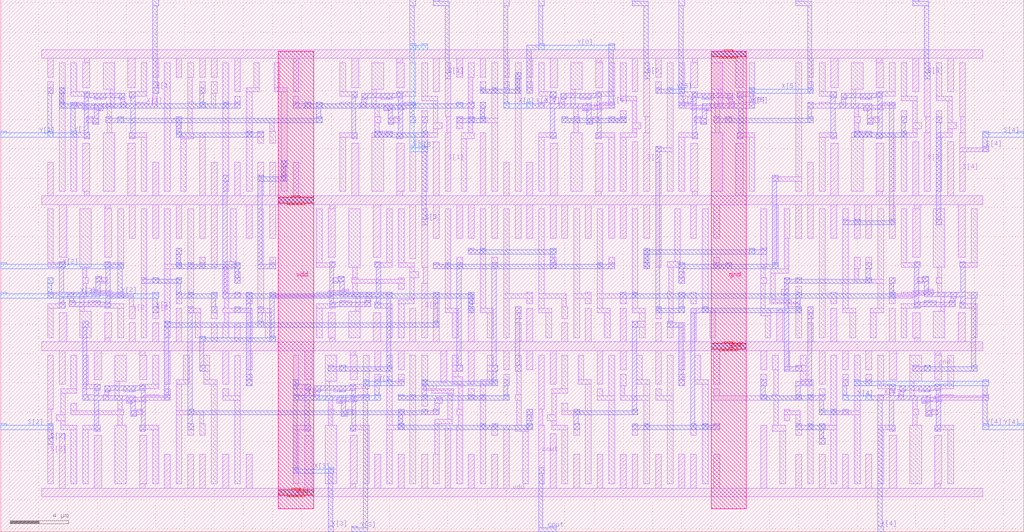
<source format=lef>
VERSION 5.3 ;
   NAMESCASESENSITIVE ON ;
   NOWIREEXTENSIONATPIN ON ;
   DIVIDERCHAR "/" ;
   BUSBITCHARS "[]" ;
UNITS
   DATABASE MICRONS 1000 ;
END UNITS

MACRO adder
   CLASS BLOCK ;
   FOREIGN adder ;
   ORIGIN 2.6000 2.2000 ;
   SIZE 70.0000 BY 36.4000 ;
   PIN gnd
      PORT
         LAYER metal1 ;
	    RECT 0.2000 30.2000 64.6000 30.8000 ;
	    RECT 0.6000 28.9000 1.0000 30.2000 ;
	    RECT 3.1000 29.9000 3.5000 30.2000 ;
	    RECT 3.0000 28.2000 3.5000 29.9000 ;
	    RECT 6.1000 28.2000 6.6000 30.2000 ;
	    RECT 7.8000 28.9000 8.2000 30.2000 ;
	    RECT 9.4000 28.9000 9.8000 30.2000 ;
	    RECT 11.0000 28.9000 11.4000 30.2000 ;
	    RECT 11.8000 28.9000 12.2000 30.2000 ;
	    RECT 13.4000 27.9000 13.8000 30.2000 ;
	    RECT 17.4000 27.9000 17.8000 30.2000 ;
	    RECT 21.4000 28.2000 21.9000 30.2000 ;
	    RECT 24.5000 29.9000 24.9000 30.2000 ;
	    RECT 24.5000 28.2000 25.0000 29.9000 ;
	    RECT 27.0000 27.9000 27.4000 30.2000 ;
	    RECT 28.6000 28.9000 29.0000 30.2000 ;
	    RECT 30.2000 28.9000 30.6000 30.2000 ;
	    RECT 31.8000 28.9000 32.2000 30.2000 ;
	    RECT 33.4000 28.9000 33.8000 30.2000 ;
	    RECT 35.0000 28.2000 35.5000 30.2000 ;
	    RECT 38.1000 29.9000 38.5000 30.2000 ;
	    RECT 38.1000 28.2000 38.6000 29.9000 ;
	    RECT 40.6000 27.9000 41.0000 30.2000 ;
	    RECT 42.2000 28.9000 42.6000 30.2000 ;
	    RECT 44.7000 29.9000 45.1000 30.2000 ;
	    RECT 44.6000 28.2000 45.1000 29.9000 ;
	    RECT 47.7000 28.2000 48.2000 30.2000 ;
	    RECT 52.6000 28.9000 53.0000 30.2000 ;
	    RECT 54.2000 28.2000 54.7000 30.2000 ;
	    RECT 57.3000 29.9000 57.7000 30.2000 ;
	    RECT 57.3000 28.2000 57.8000 29.9000 ;
	    RECT 59.8000 27.9000 60.2000 30.2000 ;
	    RECT 62.2000 27.9000 62.6000 30.2000 ;
	    RECT 1.4000 10.8000 1.9000 12.8000 ;
	    RECT 4.5000 11.1000 5.0000 12.8000 ;
	    RECT 4.5000 10.8000 4.9000 11.1000 ;
	    RECT 6.2000 10.8000 6.6000 12.1000 ;
	    RECT 7.8000 10.8000 8.2000 12.1000 ;
	    RECT 9.4000 10.8000 9.8000 13.1000 ;
	    RECT 11.8000 10.8000 12.2000 12.1000 ;
	    RECT 13.4000 10.8000 13.8000 12.1000 ;
	    RECT 14.2000 10.8000 14.6000 13.1000 ;
	    RECT 19.8000 11.1000 20.3000 12.8000 ;
	    RECT 19.9000 10.8000 20.3000 11.1000 ;
	    RECT 22.9000 10.8000 23.4000 12.8000 ;
	    RECT 25.4000 10.8000 25.8000 13.1000 ;
	    RECT 27.0000 10.8000 27.4000 13.1000 ;
	    RECT 29.4000 10.8000 29.8000 13.1000 ;
	    RECT 32.6000 10.8000 33.0000 12.1000 ;
	    RECT 33.4000 10.8000 33.8000 13.1000 ;
	    RECT 35.8000 10.8000 36.2000 12.1000 ;
	    RECT 37.4000 10.8000 37.8000 13.1000 ;
	    RECT 39.8000 10.8000 40.2000 13.1000 ;
	    RECT 42.2000 10.8000 42.6000 12.1000 ;
	    RECT 43.8000 10.8000 44.2000 12.1000 ;
	    RECT 44.6000 10.8000 45.0000 13.1000 ;
	    RECT 50.5000 10.8000 50.9000 13.0000 ;
	    RECT 52.6000 10.8000 53.0000 12.1000 ;
	    RECT 54.2000 10.8000 54.6000 13.1000 ;
	    RECT 58.2000 10.8000 58.6000 13.1000 ;
	    RECT 59.8000 11.1000 60.3000 12.8000 ;
	    RECT 59.9000 10.8000 60.3000 11.1000 ;
	    RECT 62.9000 10.8000 63.4000 12.8000 ;
	    RECT 0.2000 10.2000 64.6000 10.8000 ;
	    RECT 1.4000 7.9000 1.8000 10.2000 ;
	    RECT 3.8000 8.2000 4.3000 10.2000 ;
	    RECT 6.9000 9.9000 7.3000 10.2000 ;
	    RECT 6.9000 8.2000 7.4000 9.9000 ;
	    RECT 8.6000 7.9000 9.0000 10.2000 ;
	    RECT 12.6000 7.9000 13.0000 10.2000 ;
	    RECT 14.2000 8.9000 14.6000 10.2000 ;
	    RECT 18.2000 8.2000 18.7000 10.2000 ;
	    RECT 21.3000 9.9000 21.7000 10.2000 ;
	    RECT 21.3000 8.2000 21.8000 9.9000 ;
	    RECT 23.0000 8.9000 23.4000 10.2000 ;
	    RECT 24.6000 8.9000 25.0000 10.2000 ;
	    RECT 27.5000 8.0000 27.9000 10.2000 ;
	    RECT 29.4000 7.9000 29.8000 10.2000 ;
	    RECT 31.8000 8.9000 32.2000 10.2000 ;
	    RECT 33.4000 8.9000 33.8000 10.2000 ;
	    RECT 35.0000 7.9000 35.4000 10.2000 ;
	    RECT 38.2000 7.9000 38.6000 10.2000 ;
	    RECT 39.8000 8.9000 40.2000 10.2000 ;
	    RECT 42.2000 7.9000 42.6000 10.2000 ;
	    RECT 43.8000 8.9000 44.2000 10.2000 ;
	    RECT 46.2000 7.9000 46.6000 10.2000 ;
	    RECT 49.4000 8.9000 49.8000 10.2000 ;
	    RECT 51.0000 8.9000 51.4000 10.2000 ;
	    RECT 53.4000 7.9000 53.8000 10.2000 ;
	    RECT 55.0000 8.9000 55.4000 10.2000 ;
	    RECT 56.6000 8.9000 57.0000 10.2000 ;
	    RECT 58.2000 8.2000 58.7000 10.2000 ;
	    RECT 61.3000 9.9000 61.7000 10.2000 ;
	    RECT 61.3000 8.2000 61.8000 9.9000 ;
         LAYER metal2 ;
	    RECT 46.9000 30.7000 47.5000 30.8000 ;
	    RECT 46.0000 30.3000 48.4000 30.7000 ;
	    RECT 46.9000 30.2000 47.5000 30.3000 ;
	    RECT 46.9000 10.7000 47.5000 10.8000 ;
	    RECT 46.0000 10.3000 48.4000 10.7000 ;
	    RECT 46.9000 10.2000 47.5000 10.3000 ;
         LAYER metal3 ;
	    RECT 46.9000 30.7000 47.5000 30.8000 ;
	    RECT 46.0000 30.3000 48.4000 30.7000 ;
	    RECT 46.9000 30.2000 47.5000 30.3000 ;
	    RECT 46.9000 10.7000 47.5000 10.8000 ;
	    RECT 46.0000 10.3000 48.4000 10.7000 ;
	    RECT 46.9000 10.2000 47.5000 10.3000 ;
         LAYER metal4 ;
	    RECT 46.9000 30.7000 47.5000 30.8000 ;
	    RECT 46.0000 30.3000 48.4000 30.7000 ;
	    RECT 46.9000 30.2000 47.5000 30.3000 ;
	    RECT 46.9000 10.7000 47.5000 10.8000 ;
	    RECT 46.0000 10.3000 48.4000 10.7000 ;
	    RECT 46.9000 10.2000 47.5000 10.3000 ;
         LAYER metal5 ;
	    RECT 46.9000 30.7000 47.5000 30.8000 ;
	    RECT 46.0000 30.3000 48.4000 30.7000 ;
	    RECT 46.6000 30.2000 47.8000 30.3000 ;
	    RECT 46.9000 10.7000 47.5000 10.8000 ;
	    RECT 46.0000 10.3000 48.4000 10.7000 ;
	    RECT 46.6000 10.2000 47.8000 10.3000 ;
         LAYER metal6 ;
	    RECT 46.0000 -0.6000 48.4000 30.7000 ;
      END
   END gnd
   PIN vdd
      PORT
         LAYER metal1 ;
	    RECT 0.6000 20.8000 1.0000 23.1000 ;
	    RECT 3.0000 21.1000 3.5000 24.4000 ;
	    RECT 3.1000 20.8000 3.5000 21.1000 ;
	    RECT 6.1000 20.8000 6.6000 24.4000 ;
	    RECT 7.8000 20.8000 8.2000 23.1000 ;
	    RECT 11.0000 20.8000 11.4000 25.1000 ;
	    RECT 11.8000 20.8000 12.2000 23.1000 ;
	    RECT 13.4000 20.8000 13.8000 23.1000 ;
	    RECT 15.0000 20.8000 15.4000 23.1000 ;
	    RECT 15.8000 20.8000 16.2000 23.1000 ;
	    RECT 17.4000 20.8000 17.8000 23.1000 ;
	    RECT 21.4000 20.8000 21.9000 24.4000 ;
	    RECT 24.5000 21.1000 25.0000 24.4000 ;
	    RECT 24.5000 20.8000 24.9000 21.1000 ;
	    RECT 27.0000 20.8000 27.4000 24.5000 ;
	    RECT 30.2000 20.8000 30.6000 25.1000 ;
	    RECT 31.8000 20.8000 32.2000 23.1000 ;
	    RECT 33.4000 20.8000 33.8000 23.1000 ;
	    RECT 35.0000 20.8000 35.5000 24.4000 ;
	    RECT 38.1000 21.1000 38.6000 24.4000 ;
	    RECT 38.1000 20.8000 38.5000 21.1000 ;
	    RECT 40.6000 20.8000 41.0000 24.5000 ;
	    RECT 42.2000 20.8000 42.6000 23.1000 ;
	    RECT 44.6000 21.1000 45.1000 24.4000 ;
	    RECT 44.7000 20.8000 45.1000 21.1000 ;
	    RECT 47.7000 20.8000 48.2000 24.4000 ;
	    RECT 52.6000 20.8000 53.0000 23.1000 ;
	    RECT 54.2000 20.8000 54.7000 24.4000 ;
	    RECT 57.3000 21.1000 57.8000 24.4000 ;
	    RECT 57.3000 20.8000 57.7000 21.1000 ;
	    RECT 59.8000 20.8000 60.2000 24.5000 ;
	    RECT 62.2000 20.8000 62.6000 24.5000 ;
	    RECT 0.2000 20.2000 64.6000 20.8000 ;
	    RECT 1.4000 16.6000 1.9000 20.2000 ;
	    RECT 4.5000 19.9000 4.9000 20.2000 ;
	    RECT 4.5000 16.6000 5.0000 19.9000 ;
	    RECT 6.2000 17.9000 6.6000 20.2000 ;
	    RECT 7.8000 17.9000 8.2000 20.2000 ;
	    RECT 9.4000 17.9000 9.8000 20.2000 ;
	    RECT 11.0000 17.9000 11.4000 20.2000 ;
	    RECT 11.8000 15.9000 12.2000 20.2000 ;
	    RECT 14.2000 17.9000 14.6000 20.2000 ;
	    RECT 15.8000 17.9000 16.2000 20.2000 ;
	    RECT 19.9000 19.9000 20.3000 20.2000 ;
	    RECT 19.8000 16.6000 20.3000 19.9000 ;
	    RECT 22.9000 16.6000 23.4000 20.2000 ;
	    RECT 25.4000 16.5000 25.8000 20.2000 ;
	    RECT 27.0000 17.9000 27.4000 20.2000 ;
	    RECT 28.6000 17.9000 29.0000 20.2000 ;
	    RECT 29.4000 17.9000 29.8000 20.2000 ;
	    RECT 31.0000 17.9000 31.4000 20.2000 ;
	    RECT 32.6000 17.9000 33.0000 20.2000 ;
	    RECT 33.4000 17.9000 33.8000 20.2000 ;
	    RECT 35.0000 17.9000 35.4000 20.2000 ;
	    RECT 35.8000 17.9000 36.2000 20.2000 ;
	    RECT 37.4000 17.9000 37.8000 20.2000 ;
	    RECT 39.0000 17.9000 39.4000 20.2000 ;
	    RECT 39.8000 17.9000 40.2000 20.2000 ;
	    RECT 41.4000 17.9000 41.8000 20.2000 ;
	    RECT 42.2000 15.9000 42.6000 20.2000 ;
	    RECT 44.6000 17.9000 45.0000 20.2000 ;
	    RECT 46.2000 17.9000 46.6000 20.2000 ;
	    RECT 50.2000 16.1000 50.6000 20.2000 ;
	    RECT 51.8000 17.9000 52.2000 20.2000 ;
	    RECT 52.6000 17.9000 53.0000 20.2000 ;
	    RECT 54.2000 17.9000 54.6000 20.2000 ;
	    RECT 55.8000 17.9000 56.2000 20.2000 ;
	    RECT 56.6000 17.9000 57.0000 20.2000 ;
	    RECT 58.2000 17.9000 58.6000 20.2000 ;
	    RECT 59.9000 19.9000 60.3000 20.2000 ;
	    RECT 59.8000 16.6000 60.3000 19.9000 ;
	    RECT 62.9000 16.6000 63.4000 20.2000 ;
	    RECT 1.4000 0.8000 1.8000 4.5000 ;
	    RECT 3.8000 0.8000 4.3000 4.4000 ;
	    RECT 6.9000 1.1000 7.4000 4.4000 ;
	    RECT 6.9000 0.8000 7.3000 1.1000 ;
	    RECT 8.6000 0.8000 9.0000 3.1000 ;
	    RECT 10.2000 0.8000 10.6000 3.1000 ;
	    RECT 11.0000 0.8000 11.4000 3.1000 ;
	    RECT 12.6000 0.8000 13.0000 3.1000 ;
	    RECT 14.2000 0.8000 14.6000 3.1000 ;
	    RECT 18.2000 0.8000 18.7000 4.4000 ;
	    RECT 21.3000 1.1000 21.8000 4.4000 ;
	    RECT 21.3000 0.8000 21.7000 1.1000 ;
	    RECT 23.0000 0.8000 23.4000 3.1000 ;
	    RECT 24.6000 0.8000 25.0000 3.1000 ;
	    RECT 26.2000 0.8000 26.6000 3.1000 ;
	    RECT 27.8000 0.8000 28.2000 4.9000 ;
	    RECT 29.4000 0.8000 29.8000 3.1000 ;
	    RECT 31.0000 0.8000 31.4000 3.1000 ;
	    RECT 31.8000 0.8000 32.2000 5.1000 ;
	    RECT 35.0000 0.8000 35.4000 4.5000 ;
	    RECT 36.6000 0.8000 37.0000 3.1000 ;
	    RECT 38.2000 0.8000 38.6000 3.1000 ;
	    RECT 39.8000 0.8000 40.2000 3.1000 ;
	    RECT 40.6000 0.8000 41.0000 3.1000 ;
	    RECT 42.2000 0.8000 42.6000 3.1000 ;
	    RECT 43.8000 0.8000 44.2000 3.1000 ;
	    RECT 44.6000 0.8000 45.0000 3.1000 ;
	    RECT 46.2000 0.8000 46.6000 3.1000 ;
	    RECT 49.4000 0.8000 49.8000 5.1000 ;
	    RECT 51.8000 0.8000 52.2000 3.1000 ;
	    RECT 53.4000 0.8000 53.8000 3.1000 ;
	    RECT 55.0000 0.8000 55.4000 3.1000 ;
	    RECT 56.6000 0.8000 57.0000 3.1000 ;
	    RECT 58.2000 0.8000 58.7000 4.4000 ;
	    RECT 61.3000 1.1000 61.8000 4.4000 ;
	    RECT 61.3000 0.8000 61.7000 1.1000 ;
	    RECT 0.2000 0.2000 64.6000 0.8000 ;
         LAYER metal2 ;
	    RECT 17.3000 20.7000 17.9000 20.8000 ;
	    RECT 16.4000 20.3000 18.8000 20.7000 ;
	    RECT 17.3000 20.2000 17.9000 20.3000 ;
	    RECT 17.3000 0.7000 17.9000 0.8000 ;
	    RECT 16.4000 0.3000 18.8000 0.7000 ;
	    RECT 17.3000 0.2000 17.9000 0.3000 ;
         LAYER metal3 ;
	    RECT 17.3000 20.7000 17.9000 20.8000 ;
	    RECT 16.4000 20.3000 18.8000 20.7000 ;
	    RECT 17.3000 20.2000 17.9000 20.3000 ;
	    RECT 17.3000 0.7000 17.9000 0.8000 ;
	    RECT 16.4000 0.3000 18.8000 0.7000 ;
	    RECT 17.3000 0.2000 17.9000 0.3000 ;
         LAYER metal4 ;
	    RECT 17.3000 20.7000 17.9000 20.8000 ;
	    RECT 16.4000 20.3000 18.8000 20.7000 ;
	    RECT 17.3000 20.2000 17.9000 20.3000 ;
	    RECT 17.3000 0.7000 17.9000 0.8000 ;
	    RECT 16.4000 0.3000 18.8000 0.7000 ;
	    RECT 17.3000 0.2000 17.9000 0.3000 ;
         LAYER metal5 ;
	    RECT 17.3000 20.7000 17.9000 20.8000 ;
	    RECT 16.4000 20.3000 18.8000 20.7000 ;
	    RECT 17.0000 20.2000 18.2000 20.3000 ;
	    RECT 17.3000 0.7000 17.9000 0.8000 ;
	    RECT 16.4000 0.3000 18.8000 0.7000 ;
	    RECT 17.0000 0.2000 18.2000 0.3000 ;
         LAYER metal6 ;
	    RECT 16.4000 -0.6000 18.8000 30.7000 ;
      END
   END vdd
   PIN S[5]
      PORT
         LAYER metal1 ;
	    RECT 60.6000 26.2000 61.0000 29.9000 ;
	    RECT 60.7000 25.1000 61.0000 26.2000 ;
	    RECT 60.6000 21.1000 61.0000 25.1000 ;
         LAYER metal2 ;
	    RECT 59.8000 34.1000 60.2000 34.2000 ;
	    RECT 59.8000 33.8000 60.9000 34.1000 ;
	    RECT 60.6000 29.2000 60.9000 33.8000 ;
	    RECT 60.6000 28.8000 61.0000 29.2000 ;
      END
   END S[5]
   PIN S[4]
      PORT
         LAYER metal1 ;
	    RECT 63.0000 26.2000 63.4000 29.9000 ;
	    RECT 63.1000 25.1000 63.4000 26.2000 ;
	    RECT 63.0000 24.1000 63.4000 25.1000 ;
	    RECT 64.6000 24.1000 65.0000 24.2000 ;
	    RECT 63.0000 23.8000 65.0000 24.1000 ;
	    RECT 63.0000 21.1000 63.4000 23.8000 ;
         LAYER metal2 ;
	    RECT 64.6000 24.8000 65.0000 25.2000 ;
	    RECT 64.6000 24.2000 64.9000 24.8000 ;
	    RECT 64.6000 23.8000 65.0000 24.2000 ;
         LAYER metal3 ;
	    RECT 64.6000 25.1000 65.0000 25.2000 ;
	    RECT 67.0000 25.1000 67.4000 25.2000 ;
	    RECT 64.6000 24.8000 67.4000 25.1000 ;
      END
   END S[4]
   PIN S[3]
      PORT
         LAYER metal1 ;
	    RECT 26.2000 15.9000 26.6000 19.9000 ;
	    RECT 26.3000 14.8000 26.6000 15.9000 ;
	    RECT 26.2000 11.1000 26.6000 14.8000 ;
         LAYER metal2 ;
	    RECT 25.4000 33.8000 25.8000 34.2000 ;
	    RECT 25.4000 31.2000 25.7000 33.8000 ;
	    RECT 25.4000 30.8000 25.8000 31.2000 ;
	    RECT 26.2000 23.8000 26.6000 24.2000 ;
	    RECT 26.2000 19.2000 26.5000 23.8000 ;
	    RECT 26.2000 18.8000 26.6000 19.2000 ;
         LAYER metal3 ;
	    RECT 25.4000 31.1000 25.8000 31.2000 ;
	    RECT 26.2000 31.1000 26.6000 31.2000 ;
	    RECT 25.4000 30.8000 26.6000 31.1000 ;
	    RECT 25.4000 24.1000 25.8000 24.2000 ;
	    RECT 26.2000 24.1000 26.6000 24.2000 ;
	    RECT 25.4000 23.8000 26.6000 24.1000 ;
         LAYER metal4 ;
	    RECT 26.2000 31.1000 26.6000 31.2000 ;
	    RECT 25.4000 30.8000 26.6000 31.1000 ;
	    RECT 25.4000 24.2000 25.7000 30.8000 ;
	    RECT 25.4000 23.8000 25.8000 24.2000 ;
      END
   END S[3]
   PIN S[2]
      PORT
         LAYER metal1 ;
	    RECT 0.6000 6.2000 1.0000 9.9000 ;
	    RECT 0.6000 5.1000 0.9000 6.2000 ;
	    RECT 0.6000 1.1000 1.0000 5.1000 ;
         LAYER metal2 ;
	    RECT 0.6000 4.8000 1.0000 5.2000 ;
	    RECT 0.6000 4.2000 0.9000 4.8000 ;
	    RECT 0.6000 3.8000 1.0000 4.2000 ;
         LAYER metal3 ;
	    RECT -2.6000 5.1000 -2.2000 5.2000 ;
	    RECT 0.6000 5.1000 1.0000 5.2000 ;
	    RECT -2.6000 4.8000 1.0000 5.1000 ;
      END
   END S[2]
   PIN S[1]
      PORT
         LAYER metal1 ;
	    RECT 27.8000 26.2000 28.2000 29.9000 ;
	    RECT 27.9000 25.1000 28.2000 26.2000 ;
	    RECT 27.8000 21.1000 28.2000 25.1000 ;
         LAYER metal2 ;
	    RECT 27.0000 34.1000 27.4000 34.2000 ;
	    RECT 27.0000 33.8000 28.1000 34.1000 ;
	    RECT 27.8000 29.2000 28.1000 33.8000 ;
	    RECT 27.8000 28.8000 28.2000 29.2000 ;
      END
   END S[1]
   PIN S[0]
      PORT
         LAYER metal1 ;
	    RECT 41.4000 26.2000 41.8000 29.9000 ;
	    RECT 41.5000 25.1000 41.8000 26.2000 ;
	    RECT 41.4000 21.1000 41.8000 25.1000 ;
         LAYER metal2 ;
	    RECT 40.6000 34.1000 41.0000 34.2000 ;
	    RECT 40.6000 33.8000 41.7000 34.1000 ;
	    RECT 41.4000 29.2000 41.7000 33.8000 ;
	    RECT 41.4000 28.8000 41.8000 29.2000 ;
      END
   END S[0]
   PIN X[5]
      PORT
         LAYER metal1 ;
	    RECT 52.6000 27.8000 53.0000 28.6000 ;
	    RECT 48.2000 26.8000 49.0000 27.2000 ;
         LAYER metal2 ;
	    RECT 51.8000 34.1000 52.2000 34.2000 ;
	    RECT 51.8000 33.8000 52.9000 34.1000 ;
	    RECT 52.6000 28.2000 52.9000 33.8000 ;
	    RECT 48.6000 27.8000 49.0000 28.2000 ;
	    RECT 52.6000 27.8000 53.0000 28.2000 ;
	    RECT 48.6000 27.2000 48.9000 27.8000 ;
	    RECT 48.6000 26.8000 49.0000 27.2000 ;
         LAYER metal3 ;
	    RECT 48.6000 28.1000 49.0000 28.2000 ;
	    RECT 52.6000 28.1000 53.0000 28.2000 ;
	    RECT 48.6000 27.8000 53.0000 28.1000 ;
      END
   END X[5]
   PIN X[4]
      PORT
         LAYER metal1 ;
	    RECT 55.0000 7.8000 55.4000 8.6000 ;
	    RECT 57.4000 6.8000 58.2000 7.2000 ;
         LAYER metal2 ;
	    RECT 55.0000 7.8000 55.4000 8.2000 ;
	    RECT 55.0000 7.2000 55.3000 7.8000 ;
	    RECT 55.0000 6.8000 55.4000 7.2000 ;
	    RECT 56.6000 7.1000 57.0000 7.2000 ;
	    RECT 57.4000 7.1000 57.8000 7.2000 ;
	    RECT 56.6000 6.8000 57.8000 7.1000 ;
	    RECT 57.4000 -1.8000 57.7000 6.8000 ;
	    RECT 57.4000 -2.2000 57.8000 -1.8000 ;
         LAYER metal3 ;
	    RECT 55.0000 7.1000 55.4000 7.2000 ;
	    RECT 56.6000 7.1000 57.0000 7.2000 ;
	    RECT 55.0000 6.8000 57.0000 7.1000 ;
      END
   END X[4]
   PIN X[3]
      PORT
         LAYER metal1 ;
	    RECT 23.0000 7.8000 23.4000 8.6000 ;
	    RECT 17.4000 6.8000 18.2000 7.2000 ;
         LAYER metal2 ;
	    RECT 17.4000 7.8000 17.8000 8.2000 ;
	    RECT 23.0000 7.8000 23.4000 8.2000 ;
	    RECT 17.4000 7.2000 17.7000 7.8000 ;
	    RECT 23.0000 7.2000 23.3000 7.8000 ;
	    RECT 17.4000 6.8000 17.8000 7.2000 ;
	    RECT 23.0000 6.8000 23.4000 7.2000 ;
	    RECT 17.4000 2.2000 17.7000 6.8000 ;
	    RECT 17.4000 1.8000 17.8000 2.2000 ;
	    RECT 19.8000 1.8000 20.2000 2.2000 ;
	    RECT 19.8000 -1.8000 20.1000 1.8000 ;
	    RECT 19.8000 -2.2000 20.2000 -1.8000 ;
         LAYER metal3 ;
	    RECT 17.4000 7.8000 17.8000 8.2000 ;
	    RECT 17.4000 7.1000 17.7000 7.8000 ;
	    RECT 23.0000 7.1000 23.4000 7.2000 ;
	    RECT 17.4000 6.8000 23.4000 7.1000 ;
	    RECT 17.4000 2.1000 17.8000 2.2000 ;
	    RECT 19.8000 2.1000 20.2000 2.2000 ;
	    RECT 17.4000 1.8000 20.2000 2.1000 ;
      END
   END X[3]
   PIN X[2]
      PORT
         LAYER metal1 ;
	    RECT 0.6000 13.8000 1.4000 14.2000 ;
	    RECT 7.8000 12.4000 8.2000 13.2000 ;
         LAYER metal2 ;
	    RECT 0.6000 14.8000 1.0000 15.2000 ;
	    RECT 0.6000 14.2000 0.9000 14.8000 ;
	    RECT 0.6000 13.8000 1.0000 14.2000 ;
	    RECT 7.8000 13.8000 8.2000 14.2000 ;
	    RECT 7.8000 13.2000 8.1000 13.8000 ;
	    RECT 7.8000 12.8000 8.2000 13.2000 ;
         LAYER metal3 ;
	    RECT 0.6000 14.8000 1.0000 15.2000 ;
	    RECT -2.6000 14.1000 -2.2000 14.2000 ;
	    RECT 0.6000 14.1000 0.9000 14.8000 ;
	    RECT 7.8000 14.1000 8.2000 14.2000 ;
	    RECT -2.6000 13.8000 8.2000 14.1000 ;
      END
   END X[2]
   PIN X[1]
      PORT
         LAYER metal1 ;
	    RECT 7.8000 27.8000 8.2000 28.6000 ;
	    RECT 6.6000 27.1000 7.4000 27.2000 ;
	    RECT 7.8000 27.1000 8.1000 27.8000 ;
	    RECT 6.6000 26.8000 8.1000 27.1000 ;
         LAYER metal2 ;
	    RECT 7.8000 33.8000 8.2000 34.2000 ;
	    RECT 7.8000 28.2000 8.1000 33.8000 ;
	    RECT 7.8000 27.8000 8.2000 28.2000 ;
      END
   END X[1]
   PIN X[0]
      PORT
         LAYER metal1 ;
	    RECT 31.8000 27.8000 32.2000 28.6000 ;
	    RECT 34.2000 26.8000 35.0000 27.2000 ;
         LAYER metal2 ;
	    RECT 31.8000 33.8000 32.2000 34.2000 ;
	    RECT 31.8000 28.2000 32.1000 33.8000 ;
	    RECT 31.8000 27.8000 32.2000 28.2000 ;
	    RECT 31.8000 27.2000 32.1000 27.8000 ;
	    RECT 31.8000 26.8000 32.2000 27.2000 ;
	    RECT 33.4000 27.1000 33.8000 27.2000 ;
	    RECT 34.2000 27.1000 34.6000 27.2000 ;
	    RECT 33.4000 26.8000 34.6000 27.1000 ;
         LAYER metal3 ;
	    RECT 31.8000 27.1000 32.2000 27.2000 ;
	    RECT 33.4000 27.1000 33.8000 27.2000 ;
	    RECT 31.8000 26.8000 33.8000 27.1000 ;
      END
   END X[0]
   PIN Y[5]
      PORT
         LAYER metal1 ;
	    RECT 42.2000 27.8000 42.6000 28.6000 ;
	    RECT 43.8000 27.1000 44.6000 27.2000 ;
	    RECT 43.8000 27.0000 44.9000 27.1000 ;
	    RECT 43.8000 26.8000 46.0000 27.0000 ;
	    RECT 44.6000 26.7000 46.0000 26.8000 ;
	    RECT 45.6000 26.6000 46.0000 26.7000 ;
         LAYER metal2 ;
	    RECT 43.8000 33.8000 44.2000 34.2000 ;
	    RECT 43.8000 28.2000 44.1000 33.8000 ;
	    RECT 42.2000 28.1000 42.6000 28.2000 ;
	    RECT 43.0000 28.1000 43.4000 28.2000 ;
	    RECT 42.2000 27.8000 43.4000 28.1000 ;
	    RECT 43.8000 27.8000 44.2000 28.2000 ;
	    RECT 43.8000 27.2000 44.1000 27.8000 ;
	    RECT 43.8000 26.8000 44.2000 27.2000 ;
         LAYER metal3 ;
	    RECT 43.0000 28.1000 43.4000 28.2000 ;
	    RECT 43.8000 28.1000 44.2000 28.2000 ;
	    RECT 43.0000 27.8000 44.2000 28.1000 ;
      END
   END Y[5]
   PIN Y[4]
      PORT
         LAYER metal1 ;
	    RECT 56.6000 7.8000 57.0000 8.6000 ;
	    RECT 61.8000 7.1000 62.6000 7.2000 ;
	    RECT 64.6000 7.1000 65.0000 7.2000 ;
	    RECT 61.5000 7.0000 65.0000 7.1000 ;
	    RECT 60.4000 6.8000 65.0000 7.0000 ;
	    RECT 60.4000 6.7000 61.8000 6.8000 ;
	    RECT 60.4000 6.6000 60.8000 6.7000 ;
         LAYER metal2 ;
	    RECT 55.8000 8.1000 56.2000 8.2000 ;
	    RECT 56.6000 8.1000 57.0000 8.2000 ;
	    RECT 55.8000 7.8000 57.0000 8.1000 ;
	    RECT 64.6000 7.8000 65.0000 8.2000 ;
	    RECT 64.6000 7.2000 64.9000 7.8000 ;
	    RECT 64.6000 6.8000 65.0000 7.2000 ;
	    RECT 64.6000 5.2000 64.9000 6.8000 ;
	    RECT 64.6000 4.8000 65.0000 5.2000 ;
         LAYER metal3 ;
	    RECT 55.8000 8.1000 56.2000 8.2000 ;
	    RECT 64.6000 8.1000 65.0000 8.2000 ;
	    RECT 55.8000 7.8000 65.0000 8.1000 ;
	    RECT 64.6000 5.1000 65.0000 5.2000 ;
	    RECT 67.0000 5.1000 67.4000 5.2000 ;
	    RECT 64.6000 4.8000 67.4000 5.1000 ;
      END
   END Y[4]
   PIN Y[3]
      PORT
         LAYER metal1 ;
	    RECT 24.6000 7.8000 25.0000 8.6000 ;
	    RECT 21.8000 7.1000 22.6000 7.2000 ;
	    RECT 21.5000 7.0000 22.6000 7.1000 ;
	    RECT 20.4000 6.8000 22.6000 7.0000 ;
	    RECT 20.4000 6.7000 21.8000 6.8000 ;
	    RECT 20.4000 6.6000 20.8000 6.7000 ;
         LAYER metal2 ;
	    RECT 22.2000 7.8000 22.6000 8.2000 ;
	    RECT 23.8000 8.1000 24.2000 8.2000 ;
	    RECT 24.6000 8.1000 25.0000 8.2000 ;
	    RECT 23.8000 7.8000 25.0000 8.1000 ;
	    RECT 22.2000 7.2000 22.5000 7.8000 ;
	    RECT 22.2000 6.8000 22.6000 7.2000 ;
	    RECT 21.4000 -1.9000 21.8000 -1.8000 ;
	    RECT 22.2000 -1.9000 22.5000 6.8000 ;
	    RECT 21.4000 -2.2000 22.5000 -1.9000 ;
         LAYER metal3 ;
	    RECT 22.2000 8.1000 22.6000 8.2000 ;
	    RECT 23.8000 8.1000 24.2000 8.2000 ;
	    RECT 22.2000 7.8000 24.2000 8.1000 ;
      END
   END Y[3]
   PIN Y[2]
      PORT
         LAYER metal1 ;
	    RECT 3.6000 14.3000 4.0000 14.4000 ;
	    RECT 3.6000 14.2000 5.0000 14.3000 ;
	    RECT 3.6000 14.1000 5.8000 14.2000 ;
	    RECT 3.6000 14.0000 6.5000 14.1000 ;
	    RECT 4.7000 13.9000 6.5000 14.0000 ;
	    RECT 5.0000 13.8000 6.5000 13.9000 ;
	    RECT 6.2000 13.2000 6.5000 13.8000 ;
	    RECT 6.2000 12.4000 6.6000 13.2000 ;
         LAYER metal2 ;
	    RECT 5.4000 15.8000 5.8000 16.2000 ;
	    RECT 5.4000 14.2000 5.7000 15.8000 ;
	    RECT 5.4000 13.8000 5.8000 14.2000 ;
         LAYER metal3 ;
	    RECT -2.6000 16.1000 -2.2000 16.2000 ;
	    RECT 5.4000 16.1000 5.8000 16.2000 ;
	    RECT -2.6000 15.8000 5.8000 16.1000 ;
      END
   END Y[2]
   PIN Y[1]
      PORT
         LAYER metal1 ;
	    RECT 0.6000 27.8000 1.0000 28.6000 ;
	    RECT 2.2000 27.1000 3.0000 27.2000 ;
	    RECT 2.2000 27.0000 3.3000 27.1000 ;
	    RECT 2.2000 26.8000 4.4000 27.0000 ;
	    RECT 3.0000 26.7000 4.4000 26.8000 ;
	    RECT 4.0000 26.6000 4.4000 26.7000 ;
         LAYER metal2 ;
	    RECT 0.6000 27.8000 1.0000 28.2000 ;
	    RECT 0.6000 25.2000 0.9000 27.8000 ;
	    RECT 2.2000 26.8000 2.6000 27.2000 ;
	    RECT 2.2000 25.2000 2.5000 26.8000 ;
	    RECT 0.6000 24.8000 1.0000 25.2000 ;
	    RECT 2.2000 24.8000 2.6000 25.2000 ;
         LAYER metal3 ;
	    RECT -2.6000 25.1000 -2.2000 25.2000 ;
	    RECT 0.6000 25.1000 1.0000 25.2000 ;
	    RECT 2.2000 25.1000 2.6000 25.2000 ;
	    RECT -2.6000 24.8000 2.6000 25.1000 ;
      END
   END Y[1]
   PIN Y[0]
      PORT
         LAYER metal1 ;
	    RECT 33.4000 27.8000 33.8000 28.6000 ;
	    RECT 38.6000 27.1000 39.4000 27.2000 ;
	    RECT 38.3000 27.0000 39.4000 27.1000 ;
	    RECT 37.2000 26.8000 39.4000 27.0000 ;
	    RECT 37.2000 26.7000 38.6000 26.8000 ;
	    RECT 37.2000 26.6000 37.6000 26.7000 ;
         LAYER metal2 ;
	    RECT 34.2000 33.8000 34.6000 34.2000 ;
	    RECT 34.2000 31.2000 34.5000 33.8000 ;
	    RECT 34.2000 31.1000 34.6000 31.2000 ;
	    RECT 33.4000 30.8000 34.6000 31.1000 ;
	    RECT 39.0000 30.8000 39.4000 31.2000 ;
	    RECT 33.4000 28.2000 33.7000 30.8000 ;
	    RECT 33.4000 27.8000 33.8000 28.2000 ;
	    RECT 39.0000 27.2000 39.3000 30.8000 ;
	    RECT 39.0000 26.8000 39.4000 27.2000 ;
         LAYER metal3 ;
	    RECT 34.2000 31.1000 34.6000 31.2000 ;
	    RECT 39.0000 31.1000 39.4000 31.2000 ;
	    RECT 34.2000 30.8000 39.4000 31.1000 ;
      END
   END Y[0]
   PIN cout
      PORT
         LAYER metal1 ;
	    RECT 34.2000 6.2000 34.6000 9.9000 ;
	    RECT 34.2000 5.1000 34.5000 6.2000 ;
	    RECT 34.2000 1.1000 34.6000 5.1000 ;
         LAYER metal2 ;
	    RECT 34.2000 1.8000 34.6000 2.2000 ;
	    RECT 34.2000 -1.9000 34.5000 1.8000 ;
	    RECT 35.0000 -1.9000 35.4000 -1.8000 ;
	    RECT 34.2000 -2.2000 35.4000 -1.9000 ;
      END
   END cout
   OBS
         LAYER metal1 ;
	    RECT 1.4000 21.1000 1.8000 29.9000 ;
	    RECT 2.2000 27.9000 2.6000 29.9000 ;
	    RECT 4.4000 28.1000 5.2000 29.9000 ;
	    RECT 2.2000 27.6000 3.5000 27.9000 ;
	    RECT 3.1000 27.5000 3.5000 27.6000 ;
	    RECT 3.8000 27.4000 4.6000 27.8000 ;
	    RECT 4.9000 27.1000 5.2000 28.1000 ;
	    RECT 7.0000 27.9000 7.4000 29.9000 ;
	    RECT 5.5000 27.4000 5.9000 27.8000 ;
	    RECT 6.2000 27.6000 7.4000 27.9000 ;
	    RECT 6.2000 27.5000 6.6000 27.6000 ;
	    RECT 4.7000 26.8000 5.2000 27.1000 ;
	    RECT 5.6000 27.2000 5.9000 27.4000 ;
	    RECT 5.6000 26.8000 6.0000 27.2000 ;
	    RECT 4.7000 26.2000 5.0000 26.8000 ;
	    RECT 3.3000 26.1000 3.7000 26.2000 ;
	    RECT 3.3000 25.8000 4.1000 26.1000 ;
	    RECT 4.6000 25.8000 5.0000 26.2000 ;
	    RECT 3.7000 25.7000 4.1000 25.8000 ;
	    RECT 4.7000 25.1000 5.0000 25.8000 ;
	    RECT 8.6000 26.1000 9.0000 29.9000 ;
	    RECT 10.2000 28.9000 10.6000 29.9000 ;
	    RECT 10.2000 27.2000 10.5000 28.9000 ;
	    RECT 11.0000 27.8000 11.4000 28.6000 ;
	    RECT 11.8000 27.8000 12.2000 28.6000 ;
	    RECT 10.2000 27.1000 10.6000 27.2000 ;
	    RECT 11.8000 27.1000 12.1000 27.8000 ;
	    RECT 10.2000 26.8000 12.1000 27.1000 ;
	    RECT 9.4000 26.1000 9.8000 26.2000 ;
	    RECT 8.6000 25.8000 9.8000 26.1000 ;
	    RECT 2.2000 24.8000 3.5000 25.1000 ;
	    RECT 2.2000 21.1000 2.6000 24.8000 ;
	    RECT 3.1000 24.7000 3.5000 24.8000 ;
	    RECT 4.4000 21.1000 5.2000 25.1000 ;
	    RECT 6.2000 24.8000 7.4000 25.1000 ;
	    RECT 6.2000 24.7000 6.6000 24.8000 ;
	    RECT 7.0000 21.1000 7.4000 24.8000 ;
	    RECT 8.6000 21.1000 9.0000 25.8000 ;
	    RECT 9.4000 25.4000 9.8000 25.8000 ;
	    RECT 10.2000 25.1000 10.5000 26.8000 ;
	    RECT 9.7000 24.7000 10.6000 25.1000 ;
	    RECT 9.7000 21.1000 10.1000 24.7000 ;
	    RECT 12.6000 21.1000 13.0000 29.9000 ;
	    RECT 14.7000 28.2000 15.1000 29.9000 ;
	    RECT 14.2000 27.9000 15.1000 28.2000 ;
	    RECT 16.1000 28.2000 16.5000 29.9000 ;
	    RECT 16.1000 27.9000 17.0000 28.2000 ;
	    RECT 13.4000 26.8000 13.8000 27.6000 ;
	    RECT 14.2000 26.1000 14.6000 27.9000 ;
	    RECT 14.2000 25.8000 16.1000 26.1000 ;
	    RECT 14.2000 21.1000 14.6000 25.8000 ;
	    RECT 15.8000 25.2000 16.1000 25.8000 ;
	    RECT 15.0000 24.4000 15.4000 25.2000 ;
	    RECT 15.8000 24.4000 16.2000 25.2000 ;
	    RECT 16.6000 21.1000 17.0000 27.9000 ;
	    RECT 20.6000 27.9000 21.0000 29.9000 ;
	    RECT 22.8000 28.1000 23.6000 29.9000 ;
	    RECT 20.6000 27.6000 21.8000 27.9000 ;
	    RECT 17.4000 26.8000 17.8000 27.6000 ;
	    RECT 21.4000 27.5000 21.8000 27.6000 ;
	    RECT 22.1000 27.4000 22.5000 27.8000 ;
	    RECT 22.1000 27.2000 22.4000 27.4000 ;
	    RECT 19.0000 27.1000 19.4000 27.2000 ;
	    RECT 20.6000 27.1000 21.4000 27.2000 ;
	    RECT 19.0000 26.8000 21.4000 27.1000 ;
	    RECT 22.0000 26.8000 22.4000 27.2000 ;
	    RECT 22.8000 27.1000 23.1000 28.1000 ;
	    RECT 25.4000 27.9000 25.8000 29.9000 ;
	    RECT 23.4000 27.4000 24.2000 27.8000 ;
	    RECT 24.5000 27.6000 25.8000 27.9000 ;
	    RECT 26.2000 27.6000 26.6000 29.9000 ;
	    RECT 29.4000 28.9000 29.8000 29.9000 ;
	    RECT 24.5000 27.5000 24.9000 27.6000 ;
	    RECT 26.2000 27.3000 27.3000 27.6000 ;
	    RECT 25.0000 27.1000 25.8000 27.2000 ;
	    RECT 22.8000 26.8000 23.3000 27.1000 ;
	    RECT 24.7000 27.0000 25.8000 27.1000 ;
	    RECT 23.0000 26.2000 23.3000 26.8000 ;
	    RECT 23.6000 26.8000 25.8000 27.0000 ;
	    RECT 23.6000 26.7000 25.0000 26.8000 ;
	    RECT 23.6000 26.6000 24.0000 26.7000 ;
	    RECT 25.4000 26.2000 25.7000 26.8000 ;
	    RECT 23.0000 25.8000 23.4000 26.2000 ;
	    RECT 24.3000 26.1000 24.7000 26.2000 ;
	    RECT 23.9000 25.8000 24.7000 26.1000 ;
	    RECT 25.4000 25.8000 25.8000 26.2000 ;
	    RECT 26.2000 25.8000 26.6000 26.6000 ;
	    RECT 27.0000 25.8000 27.3000 27.3000 ;
	    RECT 29.4000 27.2000 29.7000 28.9000 ;
	    RECT 30.2000 27.8000 30.6000 28.6000 ;
	    RECT 29.4000 26.8000 29.8000 27.2000 ;
	    RECT 30.2000 26.8000 30.6000 27.2000 ;
	    RECT 23.0000 25.2000 23.3000 25.8000 ;
	    RECT 23.9000 25.7000 24.3000 25.8000 ;
	    RECT 27.0000 25.4000 27.6000 25.8000 ;
	    RECT 28.6000 25.4000 29.0000 26.2000 ;
	    RECT 23.0000 25.1000 24.2000 25.2000 ;
	    RECT 27.0000 25.1000 27.3000 25.4000 ;
	    RECT 29.4000 25.1000 29.7000 26.8000 ;
	    RECT 30.2000 26.1000 30.5000 26.8000 ;
	    RECT 31.0000 26.1000 31.4000 29.9000 ;
	    RECT 30.2000 25.8000 31.4000 26.1000 ;
	    RECT 20.6000 24.8000 21.8000 25.1000 ;
	    RECT 20.6000 21.1000 21.0000 24.8000 ;
	    RECT 21.4000 24.7000 21.8000 24.8000 ;
	    RECT 22.8000 24.8000 24.2000 25.1000 ;
	    RECT 24.5000 24.8000 25.8000 25.1000 ;
	    RECT 22.8000 21.1000 23.6000 24.8000 ;
	    RECT 24.5000 24.7000 24.9000 24.8000 ;
	    RECT 25.4000 21.1000 25.8000 24.8000 ;
	    RECT 26.2000 24.8000 27.3000 25.1000 ;
	    RECT 26.2000 21.1000 26.6000 24.8000 ;
	    RECT 28.9000 24.7000 29.8000 25.1000 ;
	    RECT 28.9000 21.1000 29.3000 24.7000 ;
	    RECT 31.0000 21.1000 31.4000 25.8000 ;
	    RECT 32.6000 21.1000 33.0000 29.9000 ;
	    RECT 34.2000 27.9000 34.6000 29.9000 ;
	    RECT 36.4000 28.1000 37.2000 29.9000 ;
	    RECT 34.2000 27.6000 35.4000 27.9000 ;
	    RECT 35.0000 27.5000 35.4000 27.6000 ;
	    RECT 35.7000 27.4000 36.1000 27.8000 ;
	    RECT 35.7000 27.2000 36.0000 27.4000 ;
	    RECT 35.6000 26.8000 36.0000 27.2000 ;
	    RECT 36.4000 27.1000 36.7000 28.1000 ;
	    RECT 39.0000 27.9000 39.4000 29.9000 ;
	    RECT 37.0000 27.4000 37.8000 27.8000 ;
	    RECT 38.1000 27.6000 39.4000 27.9000 ;
	    RECT 39.8000 27.6000 40.2000 29.9000 ;
	    RECT 38.1000 27.5000 38.5000 27.6000 ;
	    RECT 39.8000 27.3000 40.9000 27.6000 ;
	    RECT 36.4000 26.8000 36.9000 27.1000 ;
	    RECT 36.6000 26.2000 36.9000 26.8000 ;
	    RECT 36.6000 25.8000 37.0000 26.2000 ;
	    RECT 37.9000 26.1000 38.3000 26.2000 ;
	    RECT 37.5000 25.8000 38.3000 26.1000 ;
	    RECT 39.0000 26.1000 39.4000 26.2000 ;
	    RECT 39.8000 26.1000 40.2000 26.6000 ;
	    RECT 39.0000 25.8000 40.2000 26.1000 ;
	    RECT 40.6000 25.8000 40.9000 27.3000 ;
	    RECT 36.6000 25.1000 36.9000 25.8000 ;
	    RECT 37.5000 25.7000 37.9000 25.8000 ;
	    RECT 40.6000 25.4000 41.2000 25.8000 ;
	    RECT 40.6000 25.1000 40.9000 25.4000 ;
	    RECT 34.2000 24.8000 35.4000 25.1000 ;
	    RECT 34.2000 21.1000 34.6000 24.8000 ;
	    RECT 35.0000 24.7000 35.4000 24.8000 ;
	    RECT 36.4000 21.1000 37.2000 25.1000 ;
	    RECT 38.1000 24.8000 39.4000 25.1000 ;
	    RECT 38.1000 24.7000 38.5000 24.8000 ;
	    RECT 39.0000 21.1000 39.4000 24.8000 ;
	    RECT 39.8000 24.8000 40.9000 25.1000 ;
	    RECT 39.8000 21.1000 40.2000 24.8000 ;
	    RECT 42.2000 24.1000 42.6000 24.2000 ;
	    RECT 43.0000 24.1000 43.4000 29.9000 ;
	    RECT 43.8000 27.9000 44.2000 29.9000 ;
	    RECT 46.0000 28.1000 46.8000 29.9000 ;
	    RECT 43.8000 27.6000 45.1000 27.9000 ;
	    RECT 44.7000 27.5000 45.1000 27.6000 ;
	    RECT 45.4000 27.4000 46.2000 27.8000 ;
	    RECT 46.5000 27.1000 46.8000 28.1000 ;
	    RECT 48.6000 27.9000 49.0000 29.9000 ;
	    RECT 47.1000 27.4000 47.5000 27.8000 ;
	    RECT 47.8000 27.6000 49.0000 27.9000 ;
	    RECT 47.8000 27.5000 48.2000 27.6000 ;
	    RECT 46.3000 26.8000 46.8000 27.1000 ;
	    RECT 47.2000 27.2000 47.5000 27.4000 ;
	    RECT 47.2000 26.8000 47.6000 27.2000 ;
	    RECT 46.3000 26.2000 46.6000 26.8000 ;
	    RECT 44.9000 26.1000 45.3000 26.2000 ;
	    RECT 44.9000 25.8000 45.7000 26.1000 ;
	    RECT 46.2000 25.8000 46.6000 26.2000 ;
	    RECT 45.3000 25.7000 45.7000 25.8000 ;
	    RECT 46.3000 25.1000 46.6000 25.8000 ;
	    RECT 42.2000 23.8000 43.4000 24.1000 ;
	    RECT 43.0000 21.1000 43.4000 23.8000 ;
	    RECT 43.8000 24.8000 45.1000 25.1000 ;
	    RECT 43.8000 21.1000 44.2000 24.8000 ;
	    RECT 44.7000 24.7000 45.1000 24.8000 ;
	    RECT 46.0000 21.1000 46.8000 25.1000 ;
	    RECT 47.8000 24.8000 49.0000 25.1000 ;
	    RECT 47.8000 24.7000 48.2000 24.8000 ;
	    RECT 48.6000 21.1000 49.0000 24.8000 ;
	    RECT 50.2000 22.1000 50.6000 22.2000 ;
	    RECT 51.8000 22.1000 52.2000 29.9000 ;
	    RECT 53.4000 27.9000 53.8000 29.9000 ;
	    RECT 55.6000 28.1000 56.4000 29.9000 ;
	    RECT 53.4000 27.6000 54.6000 27.9000 ;
	    RECT 54.2000 27.5000 54.6000 27.6000 ;
	    RECT 54.9000 27.4000 55.3000 27.8000 ;
	    RECT 54.9000 27.2000 55.2000 27.4000 ;
	    RECT 52.6000 27.1000 53.0000 27.2000 ;
	    RECT 53.4000 27.1000 54.2000 27.2000 ;
	    RECT 52.6000 26.8000 54.2000 27.1000 ;
	    RECT 54.8000 26.8000 55.2000 27.2000 ;
	    RECT 55.6000 27.1000 55.9000 28.1000 ;
	    RECT 58.2000 27.9000 58.6000 29.9000 ;
	    RECT 56.2000 27.4000 57.0000 27.8000 ;
	    RECT 57.3000 27.6000 58.6000 27.9000 ;
	    RECT 59.0000 27.6000 59.4000 29.9000 ;
	    RECT 61.4000 27.6000 61.8000 29.9000 ;
	    RECT 57.3000 27.5000 57.7000 27.6000 ;
	    RECT 59.0000 27.3000 60.1000 27.6000 ;
	    RECT 61.4000 27.3000 62.5000 27.6000 ;
	    RECT 57.8000 27.1000 58.6000 27.2000 ;
	    RECT 55.6000 26.8000 56.1000 27.1000 ;
	    RECT 57.5000 27.0000 58.6000 27.1000 ;
	    RECT 55.8000 26.2000 56.1000 26.8000 ;
	    RECT 56.4000 26.8000 58.6000 27.0000 ;
	    RECT 56.4000 26.7000 57.8000 26.8000 ;
	    RECT 56.4000 26.6000 56.8000 26.7000 ;
	    RECT 55.8000 25.8000 56.2000 26.2000 ;
	    RECT 57.1000 26.1000 57.5000 26.2000 ;
	    RECT 56.7000 25.8000 57.5000 26.1000 ;
	    RECT 59.0000 25.8000 59.4000 26.6000 ;
	    RECT 59.8000 25.8000 60.1000 27.3000 ;
	    RECT 61.4000 25.8000 61.8000 26.6000 ;
	    RECT 62.2000 25.8000 62.5000 27.3000 ;
	    RECT 55.8000 25.2000 56.1000 25.8000 ;
	    RECT 56.7000 25.7000 57.1000 25.8000 ;
	    RECT 59.8000 25.4000 60.4000 25.8000 ;
	    RECT 62.2000 25.4000 62.8000 25.8000 ;
	    RECT 55.8000 25.1000 57.0000 25.2000 ;
	    RECT 59.8000 25.1000 60.1000 25.4000 ;
	    RECT 62.2000 25.1000 62.5000 25.4000 ;
	    RECT 50.2000 21.8000 52.2000 22.1000 ;
	    RECT 51.8000 21.1000 52.2000 21.8000 ;
	    RECT 53.4000 24.8000 54.6000 25.1000 ;
	    RECT 53.4000 21.1000 53.8000 24.8000 ;
	    RECT 54.2000 24.7000 54.6000 24.8000 ;
	    RECT 55.6000 24.8000 57.0000 25.1000 ;
	    RECT 57.3000 24.8000 58.6000 25.1000 ;
	    RECT 55.6000 21.1000 56.4000 24.8000 ;
	    RECT 57.3000 24.7000 57.7000 24.8000 ;
	    RECT 58.2000 21.1000 58.6000 24.8000 ;
	    RECT 59.0000 24.8000 60.1000 25.1000 ;
	    RECT 61.4000 24.8000 62.5000 25.1000 ;
	    RECT 59.0000 21.1000 59.4000 24.8000 ;
	    RECT 61.4000 21.1000 61.8000 24.8000 ;
	    RECT 0.6000 16.2000 1.0000 19.9000 ;
	    RECT 1.4000 16.2000 1.8000 16.3000 ;
	    RECT 0.6000 15.9000 1.8000 16.2000 ;
	    RECT 2.8000 15.9000 3.6000 19.9000 ;
	    RECT 4.5000 16.2000 4.9000 16.3000 ;
	    RECT 5.4000 16.2000 5.8000 19.9000 ;
	    RECT 4.5000 15.9000 5.8000 16.2000 ;
	    RECT 3.0000 15.2000 3.3000 15.9000 ;
	    RECT 3.9000 15.2000 4.3000 15.3000 ;
	    RECT 3.0000 14.8000 3.4000 15.2000 ;
	    RECT 3.9000 14.9000 4.7000 15.2000 ;
	    RECT 4.3000 14.8000 4.7000 14.9000 ;
	    RECT 3.0000 14.2000 3.3000 14.8000 ;
	    RECT 2.0000 13.8000 2.4000 14.2000 ;
	    RECT 2.1000 13.6000 2.4000 13.8000 ;
	    RECT 2.8000 13.9000 3.3000 14.2000 ;
	    RECT 1.4000 13.4000 1.8000 13.5000 ;
	    RECT 0.6000 13.1000 1.8000 13.4000 ;
	    RECT 2.1000 13.2000 2.5000 13.6000 ;
	    RECT 0.6000 11.1000 1.0000 13.1000 ;
	    RECT 2.8000 12.9000 3.1000 13.9000 ;
	    RECT 3.4000 13.2000 4.2000 13.6000 ;
	    RECT 4.5000 13.4000 4.9000 13.5000 ;
	    RECT 4.5000 13.1000 5.8000 13.4000 ;
	    RECT 2.8000 11.1000 3.6000 12.9000 ;
	    RECT 5.4000 11.1000 5.8000 13.1000 ;
	    RECT 7.0000 11.1000 7.4000 19.9000 ;
	    RECT 8.6000 16.1000 9.0000 19.9000 ;
	    RECT 9.4000 16.8000 9.8000 17.2000 ;
	    RECT 9.4000 16.1000 9.7000 16.8000 ;
	    RECT 8.6000 15.8000 9.7000 16.1000 ;
	    RECT 8.6000 11.1000 9.0000 15.8000 ;
	    RECT 9.4000 13.4000 9.8000 14.2000 ;
	    RECT 10.2000 13.1000 10.6000 19.9000 ;
	    RECT 11.0000 15.8000 11.4000 16.6000 ;
	    RECT 13.1000 16.3000 13.5000 19.9000 ;
	    RECT 12.6000 15.9000 13.5000 16.3000 ;
	    RECT 12.7000 14.2000 13.0000 15.9000 ;
	    RECT 13.4000 14.8000 13.8000 15.6000 ;
	    RECT 12.6000 13.8000 13.0000 14.2000 ;
	    RECT 13.4000 14.1000 13.8000 14.2000 ;
	    RECT 14.2000 14.1000 14.6000 14.2000 ;
	    RECT 13.4000 13.8000 14.6000 14.1000 ;
	    RECT 10.2000 12.8000 11.1000 13.1000 ;
	    RECT 10.7000 11.1000 11.1000 12.8000 ;
	    RECT 11.8000 12.4000 12.2000 13.2000 ;
	    RECT 12.7000 13.1000 13.0000 13.8000 ;
	    RECT 14.2000 13.4000 14.6000 13.8000 ;
	    RECT 13.4000 13.1000 13.8000 13.2000 ;
	    RECT 12.6000 12.8000 13.8000 13.1000 ;
	    RECT 15.0000 13.1000 15.4000 19.9000 ;
	    RECT 15.8000 15.8000 16.2000 16.6000 ;
	    RECT 19.0000 16.2000 19.4000 19.9000 ;
	    RECT 19.9000 16.2000 20.3000 16.3000 ;
	    RECT 19.0000 15.9000 20.3000 16.2000 ;
	    RECT 21.2000 15.9000 22.0000 19.9000 ;
	    RECT 23.0000 16.2000 23.4000 16.3000 ;
	    RECT 23.8000 16.2000 24.2000 19.9000 ;
	    RECT 23.0000 15.9000 24.2000 16.2000 ;
	    RECT 24.6000 16.2000 25.0000 19.9000 ;
	    RECT 24.6000 15.9000 25.7000 16.2000 ;
	    RECT 20.5000 15.2000 20.9000 15.3000 ;
	    RECT 21.5000 15.2000 21.8000 15.9000 ;
	    RECT 25.4000 15.6000 25.7000 15.9000 ;
	    RECT 27.0000 16.1000 27.4000 16.2000 ;
	    RECT 27.8000 16.1000 28.2000 19.9000 ;
	    RECT 29.4000 17.1000 29.8000 17.2000 ;
	    RECT 30.2000 17.1000 30.6000 19.9000 ;
	    RECT 29.4000 16.8000 30.6000 17.1000 ;
	    RECT 27.0000 15.8000 28.2000 16.1000 ;
	    RECT 28.6000 15.8000 29.0000 16.6000 ;
	    RECT 25.4000 15.2000 26.0000 15.6000 ;
	    RECT 20.1000 14.9000 20.9000 15.2000 ;
	    RECT 21.4000 15.1000 21.8000 15.2000 ;
	    RECT 24.6000 15.1000 25.0000 15.2000 ;
	    RECT 20.1000 14.8000 20.5000 14.9000 ;
	    RECT 21.4000 14.8000 25.0000 15.1000 ;
	    RECT 20.8000 14.3000 21.2000 14.4000 ;
	    RECT 19.8000 14.2000 21.2000 14.3000 ;
	    RECT 15.8000 14.1000 16.2000 14.2000 ;
	    RECT 19.0000 14.1000 21.2000 14.2000 ;
	    RECT 15.8000 14.0000 21.2000 14.1000 ;
	    RECT 21.5000 14.2000 21.8000 14.8000 ;
	    RECT 24.6000 14.4000 25.0000 14.8000 ;
	    RECT 15.8000 13.9000 20.1000 14.0000 ;
	    RECT 21.5000 13.9000 22.0000 14.2000 ;
	    RECT 15.8000 13.8000 19.8000 13.9000 ;
	    RECT 19.9000 13.4000 20.3000 13.5000 ;
	    RECT 19.0000 13.1000 20.3000 13.4000 ;
	    RECT 20.6000 13.2000 21.4000 13.6000 ;
	    RECT 15.0000 12.8000 15.9000 13.1000 ;
	    RECT 12.7000 12.1000 13.0000 12.8000 ;
	    RECT 12.6000 11.1000 13.0000 12.1000 ;
	    RECT 15.5000 11.1000 15.9000 12.8000 ;
	    RECT 19.0000 11.1000 19.4000 13.1000 ;
	    RECT 21.7000 12.9000 22.0000 13.9000 ;
	    RECT 22.4000 13.8000 22.8000 14.2000 ;
	    RECT 23.4000 13.8000 24.2000 14.2000 ;
	    RECT 22.4000 13.6000 22.7000 13.8000 ;
	    RECT 25.4000 13.7000 25.7000 15.2000 ;
	    RECT 22.3000 13.2000 22.7000 13.6000 ;
	    RECT 23.0000 13.4000 23.4000 13.5000 ;
	    RECT 24.6000 13.4000 25.7000 13.7000 ;
	    RECT 27.0000 13.4000 27.4000 14.2000 ;
	    RECT 23.0000 13.1000 24.2000 13.4000 ;
	    RECT 21.2000 11.1000 22.0000 12.9000 ;
	    RECT 23.8000 11.1000 24.2000 13.1000 ;
	    RECT 24.6000 11.1000 25.0000 13.4000 ;
	    RECT 27.8000 13.1000 28.2000 15.8000 ;
	    RECT 29.4000 13.4000 29.8000 14.2000 ;
	    RECT 30.2000 13.1000 30.6000 16.8000 ;
	    RECT 31.0000 15.8000 31.4000 16.6000 ;
	    RECT 31.8000 14.1000 32.2000 19.9000 ;
	    RECT 33.4000 14.1000 33.8000 14.2000 ;
	    RECT 31.8000 13.8000 33.8000 14.1000 ;
	    RECT 27.8000 12.8000 28.7000 13.1000 ;
	    RECT 30.2000 12.8000 31.1000 13.1000 ;
	    RECT 28.3000 11.1000 28.7000 12.8000 ;
	    RECT 30.7000 11.1000 31.1000 12.8000 ;
	    RECT 31.8000 11.1000 32.2000 13.8000 ;
	    RECT 33.4000 13.4000 33.8000 13.8000 ;
	    RECT 34.2000 14.1000 34.6000 19.9000 ;
	    RECT 35.0000 15.8000 35.4000 16.6000 ;
	    RECT 36.6000 14.1000 37.0000 19.9000 ;
	    RECT 37.4000 14.1000 37.8000 14.2000 ;
	    RECT 34.2000 13.8000 36.1000 14.1000 ;
	    RECT 32.6000 12.4000 33.0000 13.2000 ;
	    RECT 34.2000 13.1000 34.6000 13.8000 ;
	    RECT 35.8000 13.2000 36.1000 13.8000 ;
	    RECT 36.6000 13.8000 37.8000 14.1000 ;
	    RECT 34.2000 12.8000 35.1000 13.1000 ;
	    RECT 34.7000 11.1000 35.1000 12.8000 ;
	    RECT 35.8000 12.4000 36.2000 13.2000 ;
	    RECT 36.6000 11.1000 37.0000 13.8000 ;
	    RECT 37.4000 13.4000 37.8000 13.8000 ;
	    RECT 38.2000 14.1000 38.6000 19.9000 ;
	    RECT 39.0000 15.8000 39.4000 16.6000 ;
	    RECT 39.8000 14.1000 40.2000 14.2000 ;
	    RECT 38.2000 13.8000 40.2000 14.1000 ;
	    RECT 38.2000 13.1000 38.6000 13.8000 ;
	    RECT 39.8000 13.4000 40.2000 13.8000 ;
	    RECT 40.6000 13.1000 41.0000 19.9000 ;
	    RECT 41.4000 15.8000 41.8000 17.2000 ;
	    RECT 43.5000 16.3000 43.9000 19.9000 ;
	    RECT 43.0000 15.9000 43.9000 16.3000 ;
	    RECT 43.1000 14.2000 43.4000 15.9000 ;
	    RECT 43.8000 14.8000 44.2000 15.6000 ;
	    RECT 43.0000 13.8000 43.4000 14.2000 ;
	    RECT 43.8000 14.1000 44.2000 14.2000 ;
	    RECT 44.6000 14.1000 45.0000 14.2000 ;
	    RECT 43.8000 13.8000 45.0000 14.1000 ;
	    RECT 38.2000 12.8000 39.1000 13.1000 ;
	    RECT 40.6000 12.8000 41.5000 13.1000 ;
	    RECT 38.7000 11.1000 39.1000 12.8000 ;
	    RECT 41.1000 12.2000 41.5000 12.8000 ;
	    RECT 42.2000 12.4000 42.6000 13.2000 ;
	    RECT 43.1000 12.2000 43.4000 13.8000 ;
	    RECT 44.6000 13.4000 45.0000 13.8000 ;
	    RECT 45.4000 13.1000 45.8000 19.9000 ;
	    RECT 46.2000 15.8000 46.6000 16.6000 ;
	    RECT 49.4000 15.9000 49.8000 19.9000 ;
	    RECT 51.0000 17.9000 51.4000 19.9000 ;
	    RECT 49.4000 15.2000 49.7000 15.9000 ;
	    RECT 51.0000 15.8000 51.3000 17.9000 ;
	    RECT 50.1000 15.5000 51.3000 15.8000 ;
	    RECT 49.4000 14.8000 49.8000 15.2000 ;
	    RECT 49.4000 13.1000 49.7000 14.8000 ;
	    RECT 50.1000 13.8000 50.4000 15.5000 ;
	    RECT 51.0000 14.8000 51.4000 15.2000 ;
	    RECT 51.0000 14.4000 51.3000 14.8000 ;
	    RECT 50.8000 14.1000 51.3000 14.4000 ;
	    RECT 50.8000 14.0000 51.2000 14.1000 ;
	    RECT 51.8000 13.8000 52.2000 14.6000 ;
	    RECT 53.4000 14.1000 53.8000 19.9000 ;
	    RECT 54.2000 14.1000 54.6000 14.2000 ;
	    RECT 53.4000 13.8000 54.6000 14.1000 ;
	    RECT 50.0000 13.7000 50.4000 13.8000 ;
	    RECT 50.0000 13.5000 51.5000 13.7000 ;
	    RECT 50.0000 13.4000 52.1000 13.5000 ;
	    RECT 51.2000 13.2000 52.1000 13.4000 ;
	    RECT 51.8000 13.1000 52.1000 13.2000 ;
	    RECT 45.4000 12.8000 46.3000 13.1000 ;
	    RECT 40.6000 11.8000 41.5000 12.2000 ;
	    RECT 41.1000 11.1000 41.5000 11.8000 ;
	    RECT 43.0000 11.1000 43.4000 12.2000 ;
	    RECT 45.9000 11.1000 46.3000 12.8000 ;
	    RECT 49.4000 12.6000 50.1000 13.1000 ;
	    RECT 49.7000 11.1000 50.1000 12.6000 ;
	    RECT 51.8000 11.1000 52.2000 13.1000 ;
	    RECT 52.6000 12.4000 53.0000 13.2000 ;
	    RECT 53.4000 11.1000 53.8000 13.8000 ;
	    RECT 54.2000 13.4000 54.6000 13.8000 ;
	    RECT 55.0000 13.1000 55.4000 19.9000 ;
	    RECT 55.8000 15.8000 56.2000 16.6000 ;
	    RECT 56.6000 15.8000 57.0000 16.6000 ;
	    RECT 55.8000 15.1000 56.1000 15.8000 ;
	    RECT 57.4000 15.1000 57.8000 19.9000 ;
	    RECT 59.0000 16.2000 59.4000 19.9000 ;
	    RECT 59.9000 16.2000 60.3000 16.3000 ;
	    RECT 59.0000 15.9000 60.3000 16.2000 ;
	    RECT 61.2000 15.9000 62.0000 19.9000 ;
	    RECT 63.0000 16.2000 63.4000 16.3000 ;
	    RECT 63.8000 16.2000 64.2000 19.9000 ;
	    RECT 63.0000 15.9000 64.2000 16.2000 ;
	    RECT 60.5000 15.2000 60.9000 15.3000 ;
	    RECT 61.5000 15.2000 61.8000 15.9000 ;
	    RECT 55.8000 14.8000 57.8000 15.1000 ;
	    RECT 57.4000 13.1000 57.8000 14.8000 ;
	    RECT 58.2000 14.8000 58.6000 15.2000 ;
	    RECT 60.1000 14.9000 60.9000 15.2000 ;
	    RECT 60.1000 14.8000 60.5000 14.9000 ;
	    RECT 61.4000 14.8000 61.8000 15.2000 ;
	    RECT 58.2000 14.2000 58.5000 14.8000 ;
	    RECT 60.8000 14.3000 61.2000 14.4000 ;
	    RECT 59.8000 14.2000 61.2000 14.3000 ;
	    RECT 58.2000 14.1000 58.6000 14.2000 ;
	    RECT 59.0000 14.1000 61.2000 14.2000 ;
	    RECT 58.2000 14.0000 61.2000 14.1000 ;
	    RECT 61.5000 14.2000 61.8000 14.8000 ;
	    RECT 58.2000 13.9000 60.1000 14.0000 ;
	    RECT 61.5000 13.9000 62.0000 14.2000 ;
	    RECT 58.2000 13.8000 59.8000 13.9000 ;
	    RECT 58.2000 13.4000 58.6000 13.8000 ;
	    RECT 59.9000 13.4000 60.3000 13.5000 ;
	    RECT 55.0000 12.8000 55.9000 13.1000 ;
	    RECT 55.5000 11.1000 55.9000 12.8000 ;
	    RECT 56.9000 12.8000 57.8000 13.1000 ;
	    RECT 59.0000 13.1000 60.3000 13.4000 ;
	    RECT 60.6000 13.2000 61.4000 13.6000 ;
	    RECT 56.9000 11.1000 57.3000 12.8000 ;
	    RECT 59.0000 11.1000 59.4000 13.1000 ;
	    RECT 61.7000 12.9000 62.0000 13.9000 ;
	    RECT 62.4000 13.8000 62.8000 14.2000 ;
	    RECT 63.4000 13.8000 64.2000 14.2000 ;
	    RECT 62.4000 13.6000 62.7000 13.8000 ;
	    RECT 62.3000 13.2000 62.7000 13.6000 ;
	    RECT 63.0000 13.4000 63.4000 13.5000 ;
	    RECT 63.0000 13.1000 64.2000 13.4000 ;
	    RECT 61.2000 11.1000 62.0000 12.9000 ;
	    RECT 63.8000 11.1000 64.2000 13.1000 ;
	    RECT 2.2000 7.6000 2.6000 9.9000 ;
	    RECT 3.0000 7.9000 3.4000 9.9000 ;
	    RECT 5.2000 8.1000 6.0000 9.9000 ;
	    RECT 3.0000 7.6000 4.2000 7.9000 ;
	    RECT 1.5000 7.3000 2.6000 7.6000 ;
	    RECT 3.8000 7.5000 4.2000 7.6000 ;
	    RECT 4.5000 7.4000 4.9000 7.8000 ;
	    RECT 1.5000 5.8000 1.8000 7.3000 ;
	    RECT 4.5000 7.2000 4.8000 7.4000 ;
	    RECT 3.0000 6.8000 3.8000 7.2000 ;
	    RECT 4.4000 6.8000 4.8000 7.2000 ;
	    RECT 5.2000 7.1000 5.5000 8.1000 ;
	    RECT 7.8000 7.9000 8.2000 9.9000 ;
	    RECT 9.9000 8.2000 10.3000 9.9000 ;
	    RECT 11.3000 9.2000 11.7000 9.9000 ;
	    RECT 11.0000 8.8000 11.7000 9.2000 ;
	    RECT 5.8000 7.4000 6.6000 7.8000 ;
	    RECT 6.9000 7.6000 8.2000 7.9000 ;
	    RECT 9.4000 7.9000 10.3000 8.2000 ;
	    RECT 11.3000 8.2000 11.7000 8.8000 ;
	    RECT 11.3000 7.9000 12.2000 8.2000 ;
	    RECT 6.9000 7.5000 7.3000 7.6000 ;
	    RECT 7.4000 7.1000 8.2000 7.2000 ;
	    RECT 8.6000 7.1000 9.0000 7.6000 ;
	    RECT 5.2000 6.8000 5.7000 7.1000 ;
	    RECT 7.1000 7.0000 9.0000 7.1000 ;
	    RECT 2.2000 6.1000 2.6000 6.6000 ;
	    RECT 5.4000 6.2000 5.7000 6.8000 ;
	    RECT 6.0000 6.8000 9.0000 7.0000 ;
	    RECT 6.0000 6.7000 7.4000 6.8000 ;
	    RECT 6.0000 6.6000 6.4000 6.7000 ;
	    RECT 5.4000 6.1000 5.8000 6.2000 ;
	    RECT 6.7000 6.1000 7.1000 6.2000 ;
	    RECT 2.2000 5.8000 5.8000 6.1000 ;
	    RECT 6.3000 5.8000 7.1000 6.1000 ;
	    RECT 9.4000 6.1000 9.8000 7.9000 ;
	    RECT 9.4000 5.8000 11.3000 6.1000 ;
	    RECT 1.2000 5.4000 1.8000 5.8000 ;
	    RECT 1.5000 5.1000 1.8000 5.4000 ;
	    RECT 5.4000 5.1000 5.7000 5.8000 ;
	    RECT 6.3000 5.7000 6.7000 5.8000 ;
	    RECT 1.5000 4.8000 2.6000 5.1000 ;
	    RECT 2.2000 1.1000 2.6000 4.8000 ;
	    RECT 3.0000 4.8000 4.2000 5.1000 ;
	    RECT 3.0000 1.1000 3.4000 4.8000 ;
	    RECT 3.8000 4.7000 4.2000 4.8000 ;
	    RECT 5.2000 1.1000 6.0000 5.1000 ;
	    RECT 6.9000 4.8000 8.2000 5.1000 ;
	    RECT 6.9000 4.7000 7.3000 4.8000 ;
	    RECT 7.8000 1.1000 8.2000 4.8000 ;
	    RECT 9.4000 1.1000 9.8000 5.8000 ;
	    RECT 11.0000 5.2000 11.3000 5.8000 ;
	    RECT 10.2000 4.4000 10.6000 5.2000 ;
	    RECT 11.0000 4.4000 11.4000 5.2000 ;
	    RECT 11.8000 1.1000 12.2000 7.9000 ;
	    RECT 12.6000 7.1000 13.0000 7.6000 ;
	    RECT 13.4000 7.1000 13.8000 9.9000 ;
	    RECT 14.2000 7.8000 14.6000 8.6000 ;
	    RECT 17.4000 7.9000 17.8000 9.9000 ;
	    RECT 19.6000 8.1000 20.4000 9.9000 ;
	    RECT 17.4000 7.6000 18.6000 7.9000 ;
	    RECT 18.2000 7.5000 18.6000 7.6000 ;
	    RECT 18.9000 7.4000 19.3000 7.8000 ;
	    RECT 18.9000 7.2000 19.2000 7.4000 ;
	    RECT 12.6000 6.8000 13.8000 7.1000 ;
	    RECT 18.8000 6.8000 19.2000 7.2000 ;
	    RECT 19.6000 7.1000 19.9000 8.1000 ;
	    RECT 22.2000 7.9000 22.6000 9.9000 ;
	    RECT 20.2000 7.4000 21.0000 7.8000 ;
	    RECT 21.3000 7.6000 22.6000 7.9000 ;
	    RECT 21.3000 7.5000 21.7000 7.6000 ;
	    RECT 19.6000 6.8000 20.1000 7.1000 ;
	    RECT 13.4000 1.1000 13.8000 6.8000 ;
	    RECT 19.8000 6.2000 20.1000 6.8000 ;
	    RECT 19.8000 5.8000 20.2000 6.2000 ;
	    RECT 21.1000 6.1000 21.5000 6.2000 ;
	    RECT 20.7000 5.8000 21.5000 6.1000 ;
	    RECT 19.8000 5.1000 20.1000 5.8000 ;
	    RECT 20.7000 5.7000 21.1000 5.8000 ;
	    RECT 23.8000 5.1000 24.2000 9.9000 ;
	    RECT 24.6000 5.8000 25.0000 6.2000 ;
	    RECT 24.6000 5.1000 24.9000 5.8000 ;
	    RECT 17.4000 4.8000 18.6000 5.1000 ;
	    RECT 17.4000 1.1000 17.8000 4.8000 ;
	    RECT 18.2000 4.7000 18.6000 4.8000 ;
	    RECT 19.6000 1.1000 20.4000 5.1000 ;
	    RECT 21.3000 4.8000 22.6000 5.1000 ;
	    RECT 21.3000 4.7000 21.7000 4.8000 ;
	    RECT 22.2000 1.1000 22.6000 4.8000 ;
	    RECT 23.8000 4.8000 24.9000 5.1000 ;
	    RECT 23.8000 1.1000 24.2000 4.8000 ;
	    RECT 25.4000 1.1000 25.8000 9.9000 ;
	    RECT 26.2000 7.9000 26.6000 9.9000 ;
	    RECT 28.3000 9.2000 28.7000 9.9000 ;
	    RECT 30.7000 9.2000 31.1000 9.9000 ;
	    RECT 28.3000 8.8000 29.0000 9.2000 ;
	    RECT 30.7000 8.8000 31.4000 9.2000 ;
	    RECT 32.6000 8.8000 33.0000 9.9000 ;
	    RECT 28.3000 8.4000 28.7000 8.8000 ;
	    RECT 28.3000 7.9000 29.0000 8.4000 ;
	    RECT 30.7000 8.2000 31.1000 8.8000 ;
	    RECT 26.3000 7.8000 26.6000 7.9000 ;
	    RECT 26.3000 7.6000 27.2000 7.8000 ;
	    RECT 26.3000 7.5000 28.4000 7.6000 ;
	    RECT 26.9000 7.3000 28.4000 7.5000 ;
	    RECT 28.0000 7.2000 28.4000 7.3000 ;
	    RECT 26.2000 6.4000 26.6000 7.2000 ;
	    RECT 27.2000 6.9000 27.6000 7.0000 ;
	    RECT 27.1000 6.6000 27.6000 6.9000 ;
	    RECT 27.1000 6.2000 27.4000 6.6000 ;
	    RECT 27.0000 5.8000 27.4000 6.2000 ;
	    RECT 28.0000 5.5000 28.3000 7.2000 ;
	    RECT 28.7000 6.2000 29.0000 7.9000 ;
	    RECT 30.2000 7.9000 31.1000 8.2000 ;
	    RECT 29.4000 6.8000 29.8000 7.6000 ;
	    RECT 28.6000 5.8000 29.0000 6.2000 ;
	    RECT 27.1000 5.2000 28.3000 5.5000 ;
	    RECT 27.1000 3.1000 27.4000 5.2000 ;
	    RECT 28.7000 5.1000 29.0000 5.8000 ;
	    RECT 27.0000 1.1000 27.4000 3.1000 ;
	    RECT 28.6000 1.1000 29.0000 5.1000 ;
	    RECT 30.2000 1.1000 30.6000 7.9000 ;
	    RECT 31.8000 7.8000 32.2000 8.6000 ;
	    RECT 32.7000 7.2000 33.0000 8.8000 ;
	    RECT 35.8000 7.6000 36.2000 9.9000 ;
	    RECT 36.9000 8.2000 37.3000 9.9000 ;
	    RECT 36.9000 7.9000 37.8000 8.2000 ;
	    RECT 32.6000 6.8000 33.0000 7.2000 ;
	    RECT 31.0000 4.4000 31.4000 5.2000 ;
	    RECT 32.7000 5.1000 33.0000 6.8000 ;
	    RECT 35.1000 7.3000 36.2000 7.6000 ;
	    RECT 33.4000 5.4000 33.8000 6.2000 ;
	    RECT 35.1000 5.8000 35.4000 7.3000 ;
	    RECT 35.8000 6.1000 36.2000 6.6000 ;
	    RECT 37.4000 6.1000 37.8000 7.9000 ;
	    RECT 38.2000 7.1000 38.6000 7.6000 ;
	    RECT 39.0000 7.1000 39.4000 9.9000 ;
	    RECT 38.2000 6.8000 39.4000 7.1000 ;
	    RECT 39.8000 7.8000 40.2000 8.6000 ;
	    RECT 40.9000 8.2000 41.3000 9.9000 ;
	    RECT 40.9000 7.9000 41.8000 8.2000 ;
	    RECT 39.8000 7.1000 40.1000 7.8000 ;
	    RECT 41.4000 7.1000 41.8000 7.9000 ;
	    RECT 39.8000 6.8000 41.8000 7.1000 ;
	    RECT 42.2000 7.1000 42.6000 7.6000 ;
	    RECT 43.0000 7.1000 43.4000 9.9000 ;
	    RECT 43.8000 7.8000 44.2000 8.6000 ;
	    RECT 44.9000 8.2000 45.3000 9.9000 ;
	    RECT 50.2000 8.9000 50.6000 9.9000 ;
	    RECT 52.1000 9.2000 52.5000 9.9000 ;
	    RECT 44.9000 7.9000 45.8000 8.2000 ;
	    RECT 42.2000 6.8000 43.4000 7.1000 ;
	    RECT 35.8000 5.8000 37.8000 6.1000 ;
	    RECT 34.8000 5.4000 35.4000 5.8000 ;
	    RECT 35.1000 5.1000 35.4000 5.4000 ;
	    RECT 32.6000 4.7000 33.5000 5.1000 ;
	    RECT 35.1000 4.8000 36.2000 5.1000 ;
	    RECT 33.1000 1.1000 33.5000 4.7000 ;
	    RECT 35.8000 1.1000 36.2000 4.8000 ;
	    RECT 36.6000 4.4000 37.0000 5.2000 ;
	    RECT 37.4000 1.1000 37.8000 5.8000 ;
	    RECT 39.0000 1.1000 39.4000 6.8000 ;
	    RECT 40.6000 4.4000 41.0000 5.2000 ;
	    RECT 41.4000 1.1000 41.8000 6.8000 ;
	    RECT 43.0000 1.1000 43.4000 6.8000 ;
	    RECT 44.6000 4.4000 45.0000 5.2000 ;
	    RECT 45.4000 5.1000 45.8000 7.9000 ;
	    RECT 49.4000 7.8000 49.8000 8.6000 ;
	    RECT 46.2000 7.1000 46.6000 7.6000 ;
	    RECT 50.3000 7.2000 50.6000 8.9000 ;
	    RECT 51.8000 8.8000 52.5000 9.2000 ;
	    RECT 52.1000 8.2000 52.5000 8.8000 ;
	    RECT 52.1000 7.9000 53.0000 8.2000 ;
	    RECT 50.2000 7.1000 50.6000 7.2000 ;
	    RECT 51.8000 7.1000 52.2000 7.2000 ;
	    RECT 46.2000 6.8000 52.2000 7.1000 ;
	    RECT 46.2000 5.1000 46.6000 5.2000 ;
	    RECT 50.3000 5.1000 50.6000 6.8000 ;
	    RECT 51.0000 6.1000 51.4000 6.2000 ;
	    RECT 51.0000 5.8000 52.1000 6.1000 ;
	    RECT 51.0000 5.4000 51.4000 5.8000 ;
	    RECT 51.8000 5.2000 52.1000 5.8000 ;
	    RECT 45.4000 4.8000 46.6000 5.1000 ;
	    RECT 45.4000 1.1000 45.8000 4.8000 ;
	    RECT 50.2000 4.7000 51.1000 5.1000 ;
	    RECT 50.7000 1.1000 51.1000 4.7000 ;
	    RECT 51.8000 4.4000 52.2000 5.2000 ;
	    RECT 52.6000 1.1000 53.0000 7.9000 ;
	    RECT 53.4000 6.8000 53.8000 7.6000 ;
	    RECT 54.2000 5.1000 54.6000 9.9000 ;
	    RECT 55.0000 6.1000 55.4000 6.2000 ;
	    RECT 55.8000 6.1000 56.2000 9.9000 ;
	    RECT 57.4000 7.9000 57.8000 9.9000 ;
	    RECT 59.6000 8.1000 60.4000 9.9000 ;
	    RECT 57.4000 7.6000 58.6000 7.9000 ;
	    RECT 58.2000 7.5000 58.6000 7.6000 ;
	    RECT 58.9000 7.4000 59.3000 7.8000 ;
	    RECT 58.9000 7.2000 59.2000 7.4000 ;
	    RECT 58.8000 6.8000 59.2000 7.2000 ;
	    RECT 59.6000 7.1000 59.9000 8.1000 ;
	    RECT 62.2000 7.9000 62.6000 9.9000 ;
	    RECT 60.2000 7.4000 61.0000 7.8000 ;
	    RECT 61.3000 7.6000 62.6000 7.9000 ;
	    RECT 61.3000 7.5000 61.7000 7.6000 ;
	    RECT 59.6000 6.8000 60.1000 7.1000 ;
	    RECT 55.0000 5.8000 56.2000 6.1000 ;
	    RECT 53.4000 4.8000 54.6000 5.1000 ;
	    RECT 53.4000 4.2000 53.7000 4.8000 ;
	    RECT 53.4000 3.8000 53.8000 4.2000 ;
	    RECT 54.2000 1.1000 54.6000 4.8000 ;
	    RECT 55.8000 1.1000 56.2000 5.8000 ;
	    RECT 59.8000 6.2000 60.1000 6.8000 ;
	    RECT 59.8000 5.8000 60.2000 6.2000 ;
	    RECT 61.1000 6.1000 61.5000 6.2000 ;
	    RECT 60.7000 5.8000 61.5000 6.1000 ;
	    RECT 59.8000 5.1000 60.1000 5.8000 ;
	    RECT 60.7000 5.7000 61.1000 5.8000 ;
	    RECT 57.4000 4.8000 58.6000 5.1000 ;
	    RECT 57.4000 1.1000 57.8000 4.8000 ;
	    RECT 58.2000 4.7000 58.6000 4.8000 ;
	    RECT 59.6000 1.1000 60.4000 5.1000 ;
	    RECT 61.3000 4.8000 62.6000 5.1000 ;
	    RECT 61.3000 4.7000 61.7000 4.8000 ;
	    RECT 62.2000 1.1000 62.6000 4.8000 ;
         LAYER metal2 ;
	    RECT 32.6000 28.8000 33.0000 29.2000 ;
	    RECT 32.6000 28.2000 32.9000 28.8000 ;
	    RECT 1.4000 27.8000 1.8000 28.2000 ;
	    RECT 3.1000 27.8000 3.5000 27.9000 ;
	    RECT 1.4000 27.2000 1.7000 27.8000 ;
	    RECT 3.1000 27.5000 5.9000 27.8000 ;
	    RECT 6.2000 27.5000 6.6000 27.9000 ;
	    RECT 1.4000 26.8000 1.8000 27.2000 ;
	    RECT 3.1000 25.1000 3.4000 27.5000 ;
	    RECT 3.8000 27.4000 4.2000 27.5000 ;
	    RECT 5.5000 27.4000 5.9000 27.5000 ;
	    RECT 6.3000 27.1000 6.6000 27.5000 ;
	    RECT 3.8000 26.8000 6.6000 27.1000 ;
	    RECT 11.0000 27.8000 11.4000 28.2000 ;
	    RECT 30.2000 28.1000 30.6000 28.2000 ;
	    RECT 31.0000 28.1000 31.4000 28.2000 ;
	    RECT 11.0000 27.2000 11.3000 27.8000 ;
	    RECT 21.4000 27.5000 21.8000 27.9000 ;
	    RECT 24.5000 27.8000 24.9000 27.9000 ;
	    RECT 30.2000 27.8000 31.4000 28.1000 ;
	    RECT 32.6000 27.8000 33.0000 28.2000 ;
	    RECT 22.1000 27.5000 24.9000 27.8000 ;
	    RECT 11.0000 26.8000 11.4000 27.2000 ;
	    RECT 12.6000 27.1000 13.0000 27.2000 ;
	    RECT 13.4000 27.1000 13.8000 27.2000 ;
	    RECT 12.6000 26.8000 13.8000 27.1000 ;
	    RECT 17.4000 27.1000 17.8000 27.2000 ;
	    RECT 18.2000 27.1000 18.6000 27.2000 ;
	    RECT 17.4000 26.8000 18.6000 27.1000 ;
	    RECT 19.0000 26.8000 19.4000 27.2000 ;
	    RECT 21.4000 27.1000 21.7000 27.5000 ;
	    RECT 22.1000 27.4000 22.5000 27.5000 ;
	    RECT 23.8000 27.4000 24.2000 27.5000 ;
	    RECT 21.4000 26.8000 24.2000 27.1000 ;
	    RECT 3.8000 26.1000 4.1000 26.8000 ;
	    RECT 3.7000 25.7000 4.1000 26.1000 ;
	    RECT 4.6000 26.1000 5.0000 26.2000 ;
	    RECT 5.4000 26.1000 5.8000 26.2000 ;
	    RECT 4.6000 25.8000 5.8000 26.1000 ;
	    RECT 6.3000 25.1000 6.6000 26.8000 ;
	    RECT 19.0000 26.2000 19.3000 26.8000 ;
	    RECT 3.1000 24.7000 3.5000 25.1000 ;
	    RECT 6.2000 24.7000 6.6000 25.1000 ;
	    RECT 9.4000 25.8000 9.8000 26.2000 ;
	    RECT 19.0000 25.8000 19.4000 26.2000 ;
	    RECT 9.4000 25.2000 9.7000 25.8000 ;
	    RECT 9.4000 24.8000 9.8000 25.2000 ;
	    RECT 14.2000 25.1000 14.6000 25.2000 ;
	    RECT 15.0000 25.1000 15.4000 25.2000 ;
	    RECT 14.2000 24.8000 15.4000 25.1000 ;
	    RECT 21.4000 25.1000 21.7000 26.8000 ;
	    RECT 23.9000 26.1000 24.2000 26.8000 ;
	    RECT 23.9000 25.7000 24.3000 26.1000 ;
	    RECT 23.0000 25.1000 23.4000 25.2000 ;
	    RECT 23.8000 25.1000 24.2000 25.2000 ;
	    RECT 24.6000 25.1000 24.9000 27.5000 ;
	    RECT 35.0000 27.5000 35.4000 27.9000 ;
	    RECT 38.1000 27.8000 38.5000 27.9000 ;
	    RECT 35.7000 27.5000 38.5000 27.8000 ;
	    RECT 25.4000 26.8000 25.8000 27.2000 ;
	    RECT 28.6000 27.1000 29.0000 27.2000 ;
	    RECT 29.4000 27.1000 29.8000 27.2000 ;
	    RECT 28.6000 26.8000 29.8000 27.1000 ;
	    RECT 30.2000 26.8000 30.6000 27.2000 ;
	    RECT 35.0000 27.1000 35.3000 27.5000 ;
	    RECT 35.7000 27.4000 36.1000 27.5000 ;
	    RECT 37.4000 27.4000 37.8000 27.5000 ;
	    RECT 35.0000 26.8000 37.8000 27.1000 ;
	    RECT 25.4000 26.2000 25.7000 26.8000 ;
	    RECT 30.2000 26.2000 30.5000 26.8000 ;
	    RECT 25.4000 25.8000 25.8000 26.2000 ;
	    RECT 26.2000 25.8000 26.6000 26.2000 ;
	    RECT 28.6000 26.1000 29.0000 26.2000 ;
	    RECT 29.4000 26.1000 29.8000 26.2000 ;
	    RECT 28.6000 25.8000 29.8000 26.1000 ;
	    RECT 30.2000 25.8000 30.6000 26.2000 ;
	    RECT 21.4000 24.7000 21.8000 25.1000 ;
	    RECT 23.0000 24.8000 24.2000 25.1000 ;
	    RECT 24.5000 24.7000 24.9000 25.1000 ;
	    RECT 26.2000 25.2000 26.5000 25.8000 ;
	    RECT 26.2000 24.8000 26.6000 25.2000 ;
	    RECT 35.0000 25.1000 35.3000 26.8000 ;
	    RECT 35.8000 26.1000 36.2000 26.2000 ;
	    RECT 36.6000 26.1000 37.0000 26.2000 ;
	    RECT 35.8000 25.8000 37.0000 26.1000 ;
	    RECT 37.5000 26.1000 37.8000 26.8000 ;
	    RECT 37.5000 25.7000 37.9000 26.1000 ;
	    RECT 38.2000 25.1000 38.5000 27.5000 ;
	    RECT 44.7000 27.8000 45.1000 27.9000 ;
	    RECT 44.7000 27.5000 47.5000 27.8000 ;
	    RECT 47.8000 27.5000 48.2000 27.9000 ;
	    RECT 39.0000 26.1000 39.4000 26.2000 ;
	    RECT 39.8000 26.1000 40.2000 26.2000 ;
	    RECT 39.0000 25.8000 40.2000 26.1000 ;
	    RECT 35.0000 24.7000 35.4000 25.1000 ;
	    RECT 38.1000 24.7000 38.5000 25.1000 ;
	    RECT 44.7000 25.1000 45.0000 27.5000 ;
	    RECT 45.4000 27.4000 45.8000 27.5000 ;
	    RECT 47.1000 27.4000 47.5000 27.5000 ;
	    RECT 47.9000 27.1000 48.2000 27.5000 ;
	    RECT 54.2000 27.5000 54.6000 27.9000 ;
	    RECT 57.3000 27.8000 57.7000 27.9000 ;
	    RECT 54.9000 27.5000 57.7000 27.8000 ;
	    RECT 45.4000 26.8000 48.2000 27.1000 ;
	    RECT 45.4000 26.1000 45.7000 26.8000 ;
	    RECT 45.3000 25.7000 45.7000 26.1000 ;
	    RECT 46.2000 26.1000 46.6000 26.2000 ;
	    RECT 47.0000 26.1000 47.4000 26.2000 ;
	    RECT 46.2000 25.8000 47.4000 26.1000 ;
	    RECT 47.9000 25.1000 48.2000 26.8000 ;
	    RECT 52.6000 26.8000 53.0000 27.2000 ;
	    RECT 54.2000 27.1000 54.5000 27.5000 ;
	    RECT 54.9000 27.4000 55.3000 27.5000 ;
	    RECT 56.6000 27.4000 57.0000 27.5000 ;
	    RECT 54.2000 26.8000 57.0000 27.1000 ;
	    RECT 52.6000 26.2000 52.9000 26.8000 ;
	    RECT 52.6000 25.8000 53.0000 26.2000 ;
	    RECT 44.7000 24.7000 45.1000 25.1000 ;
	    RECT 47.8000 24.7000 48.2000 25.1000 ;
	    RECT 54.2000 25.1000 54.5000 26.8000 ;
	    RECT 56.7000 26.1000 57.0000 26.8000 ;
	    RECT 56.7000 25.7000 57.1000 26.1000 ;
	    RECT 55.8000 25.1000 56.2000 25.2000 ;
	    RECT 56.6000 25.1000 57.0000 25.2000 ;
	    RECT 57.4000 25.1000 57.7000 27.5000 ;
	    RECT 54.2000 24.7000 54.6000 25.1000 ;
	    RECT 55.8000 24.8000 57.0000 25.1000 ;
	    RECT 57.3000 24.7000 57.7000 25.1000 ;
	    RECT 58.2000 26.8000 58.6000 27.2000 ;
	    RECT 42.2000 23.8000 42.6000 24.2000 ;
	    RECT 16.6000 22.8000 17.0000 23.2000 ;
	    RECT 16.6000 22.2000 16.9000 22.8000 ;
	    RECT 12.6000 21.8000 13.0000 22.2000 ;
	    RECT 15.0000 21.8000 15.4000 22.2000 ;
	    RECT 16.6000 21.8000 17.0000 22.2000 ;
	    RECT 9.4000 16.8000 9.8000 17.2000 ;
	    RECT 1.4000 15.9000 1.8000 16.3000 ;
	    RECT 4.5000 15.9000 4.9000 16.3000 ;
	    RECT 1.4000 14.2000 1.7000 15.9000 ;
	    RECT 3.9000 14.9000 4.3000 15.3000 ;
	    RECT 3.9000 14.2000 4.2000 14.9000 ;
	    RECT 1.4000 13.9000 4.2000 14.2000 ;
	    RECT 1.4000 13.5000 1.7000 13.9000 ;
	    RECT 2.1000 13.5000 2.5000 13.6000 ;
	    RECT 3.8000 13.5000 4.2000 13.6000 ;
	    RECT 4.6000 13.5000 4.9000 15.9000 ;
	    RECT 9.4000 16.2000 9.7000 16.8000 ;
	    RECT 9.4000 15.8000 9.8000 16.2000 ;
	    RECT 10.2000 16.1000 10.6000 16.2000 ;
	    RECT 11.0000 16.1000 11.4000 16.2000 ;
	    RECT 10.2000 15.8000 11.4000 16.1000 ;
	    RECT 7.0000 15.1000 7.4000 15.2000 ;
	    RECT 7.8000 15.1000 8.2000 15.2000 ;
	    RECT 7.0000 14.8000 8.2000 15.1000 ;
	    RECT 9.4000 14.8000 9.8000 15.2000 ;
	    RECT 9.4000 14.2000 9.7000 14.8000 ;
	    RECT 9.4000 14.1000 9.8000 14.2000 ;
	    RECT 10.2000 14.1000 10.6000 14.2000 ;
	    RECT 9.4000 13.8000 10.6000 14.1000 ;
	    RECT 11.8000 13.8000 12.2000 14.2000 ;
	    RECT 12.6000 14.1000 12.9000 21.8000 ;
	    RECT 13.4000 15.8000 13.8000 16.2000 ;
	    RECT 15.0000 16.1000 15.3000 21.8000 ;
	    RECT 29.4000 17.1000 29.8000 17.2000 ;
	    RECT 30.2000 17.1000 30.6000 17.2000 ;
	    RECT 29.4000 16.8000 30.6000 17.1000 ;
	    RECT 35.0000 16.8000 35.4000 17.2000 ;
	    RECT 41.4000 16.8000 41.8000 17.2000 ;
	    RECT 15.8000 16.1000 16.2000 16.2000 ;
	    RECT 15.0000 15.8000 16.2000 16.1000 ;
	    RECT 19.9000 15.9000 20.3000 16.3000 ;
	    RECT 23.0000 15.9000 23.4000 16.3000 ;
	    RECT 35.0000 16.2000 35.3000 16.8000 ;
	    RECT 41.4000 16.2000 41.7000 16.8000 ;
	    RECT 13.4000 15.2000 13.7000 15.8000 ;
	    RECT 13.4000 14.8000 13.8000 15.2000 ;
	    RECT 13.4000 14.1000 13.8000 14.2000 ;
	    RECT 12.6000 13.8000 13.8000 14.1000 ;
	    RECT 14.2000 13.8000 14.6000 14.2000 ;
	    RECT 15.8000 13.8000 16.2000 14.2000 ;
	    RECT 1.4000 13.1000 1.8000 13.5000 ;
	    RECT 2.1000 13.2000 4.9000 13.5000 ;
	    RECT 11.8000 13.2000 12.1000 13.8000 ;
	    RECT 4.5000 13.1000 4.9000 13.2000 ;
	    RECT 10.2000 12.8000 10.6000 13.2000 ;
	    RECT 11.8000 12.8000 12.2000 13.2000 ;
	    RECT 13.4000 13.1000 13.8000 13.2000 ;
	    RECT 14.2000 13.1000 14.5000 13.8000 ;
	    RECT 13.4000 12.8000 14.5000 13.1000 ;
	    RECT 3.0000 11.8000 3.4000 12.2000 ;
	    RECT 8.6000 11.8000 9.0000 12.2000 ;
	    RECT 3.0000 7.2000 3.3000 11.8000 ;
	    RECT 3.8000 7.5000 4.2000 7.9000 ;
	    RECT 6.9000 7.8000 7.3000 7.9000 ;
	    RECT 4.5000 7.5000 7.3000 7.8000 ;
	    RECT 3.0000 6.8000 3.4000 7.2000 ;
	    RECT 3.8000 7.1000 4.1000 7.5000 ;
	    RECT 4.5000 7.4000 4.9000 7.5000 ;
	    RECT 6.2000 7.4000 6.6000 7.5000 ;
	    RECT 3.8000 6.8000 6.6000 7.1000 ;
	    RECT 3.8000 5.1000 4.1000 6.8000 ;
	    RECT 6.3000 6.1000 6.6000 6.8000 ;
	    RECT 6.3000 5.7000 6.7000 6.1000 ;
	    RECT 7.0000 5.1000 7.3000 7.5000 ;
	    RECT 8.6000 7.2000 8.9000 11.8000 ;
	    RECT 8.6000 6.8000 9.0000 7.2000 ;
	    RECT 3.8000 4.7000 4.2000 5.1000 ;
	    RECT 6.9000 4.7000 7.3000 5.1000 ;
	    RECT 10.2000 6.2000 10.5000 12.8000 ;
	    RECT 11.0000 10.8000 11.4000 11.2000 ;
	    RECT 11.0000 9.2000 11.3000 10.8000 ;
	    RECT 11.0000 8.8000 11.4000 9.2000 ;
	    RECT 14.2000 8.2000 14.5000 12.8000 ;
	    RECT 15.0000 12.8000 15.4000 13.2000 ;
	    RECT 15.0000 12.2000 15.3000 12.8000 ;
	    RECT 15.0000 11.8000 15.4000 12.2000 ;
	    RECT 15.8000 11.2000 16.1000 13.8000 ;
	    RECT 19.9000 13.5000 20.2000 15.9000 ;
	    RECT 20.5000 14.9000 20.9000 15.3000 ;
	    RECT 20.6000 14.2000 20.9000 14.9000 ;
	    RECT 23.1000 14.2000 23.4000 15.9000 ;
	    RECT 27.0000 16.1000 27.4000 16.2000 ;
	    RECT 27.8000 16.1000 28.2000 16.2000 ;
	    RECT 27.0000 15.8000 28.2000 16.1000 ;
	    RECT 28.6000 15.8000 29.0000 16.2000 ;
	    RECT 31.0000 15.8000 31.4000 16.2000 ;
	    RECT 35.0000 15.8000 35.4000 16.2000 ;
	    RECT 38.2000 16.1000 38.6000 16.2000 ;
	    RECT 39.0000 16.1000 39.4000 16.2000 ;
	    RECT 38.2000 15.8000 39.4000 16.1000 ;
	    RECT 41.4000 15.8000 41.8000 16.2000 ;
	    RECT 20.6000 13.9000 23.4000 14.2000 ;
	    RECT 20.6000 13.5000 21.0000 13.6000 ;
	    RECT 22.3000 13.5000 22.7000 13.6000 ;
	    RECT 23.1000 13.5000 23.4000 13.9000 ;
	    RECT 19.9000 13.2000 22.7000 13.5000 ;
	    RECT 19.9000 13.1000 20.3000 13.2000 ;
	    RECT 23.0000 13.1000 23.4000 13.5000 ;
	    RECT 23.8000 13.8000 24.2000 14.2000 ;
	    RECT 27.0000 13.8000 27.4000 14.2000 ;
	    RECT 15.8000 10.8000 16.2000 11.2000 ;
	    RECT 23.8000 9.2000 24.1000 13.8000 ;
	    RECT 27.0000 12.2000 27.3000 13.8000 ;
	    RECT 27.0000 11.8000 27.4000 12.2000 ;
	    RECT 28.6000 9.2000 28.9000 15.8000 ;
	    RECT 29.4000 13.8000 29.8000 14.2000 ;
	    RECT 29.4000 13.2000 29.7000 13.8000 ;
	    RECT 29.4000 12.8000 29.8000 13.2000 ;
	    RECT 31.0000 9.2000 31.3000 15.8000 ;
	    RECT 39.8000 14.1000 40.2000 14.2000 ;
	    RECT 40.6000 14.1000 41.0000 14.2000 ;
	    RECT 39.8000 13.8000 41.0000 14.1000 ;
	    RECT 42.2000 13.2000 42.5000 23.8000 ;
	    RECT 50.2000 21.8000 50.6000 22.2000 ;
	    RECT 48.6000 17.1000 49.0000 17.2000 ;
	    RECT 49.4000 17.1000 49.8000 17.2000 ;
	    RECT 48.6000 16.8000 49.8000 17.1000 ;
	    RECT 50.2000 16.2000 50.5000 21.8000 ;
	    RECT 58.2000 19.2000 58.5000 26.8000 ;
	    RECT 59.0000 25.8000 59.4000 26.2000 ;
	    RECT 61.4000 25.8000 61.8000 26.2000 ;
	    RECT 59.0000 25.2000 59.3000 25.8000 ;
	    RECT 59.0000 24.8000 59.4000 25.2000 ;
	    RECT 61.4000 19.2000 61.7000 25.8000 ;
	    RECT 55.0000 19.1000 55.4000 19.2000 ;
	    RECT 55.8000 19.1000 56.2000 19.2000 ;
	    RECT 55.0000 18.8000 56.2000 19.1000 ;
	    RECT 58.2000 18.8000 58.6000 19.2000 ;
	    RECT 61.4000 18.8000 61.8000 19.2000 ;
	    RECT 43.8000 15.8000 44.2000 16.2000 ;
	    RECT 46.2000 16.1000 46.6000 16.2000 ;
	    RECT 47.0000 16.1000 47.4000 16.2000 ;
	    RECT 46.2000 15.8000 47.4000 16.1000 ;
	    RECT 50.2000 15.8000 50.6000 16.2000 ;
	    RECT 56.6000 15.8000 57.0000 16.2000 ;
	    RECT 59.9000 15.9000 60.3000 16.3000 ;
	    RECT 63.0000 15.9000 63.4000 16.3000 ;
	    RECT 43.8000 15.2000 44.1000 15.8000 ;
	    RECT 56.6000 15.2000 56.9000 15.8000 ;
	    RECT 43.8000 14.8000 44.2000 15.2000 ;
	    RECT 51.0000 15.1000 51.4000 15.2000 ;
	    RECT 51.8000 15.1000 52.2000 15.2000 ;
	    RECT 51.0000 14.8000 52.2000 15.1000 ;
	    RECT 56.6000 14.8000 57.0000 15.2000 ;
	    RECT 58.2000 14.8000 58.6000 15.2000 ;
	    RECT 43.8000 13.8000 44.2000 14.2000 ;
	    RECT 43.8000 13.2000 44.1000 13.8000 ;
	    RECT 32.6000 12.8000 33.0000 13.2000 ;
	    RECT 42.2000 12.8000 42.6000 13.2000 ;
	    RECT 43.8000 12.8000 44.2000 13.2000 ;
	    RECT 45.4000 13.1000 45.8000 13.2000 ;
	    RECT 44.6000 12.8000 45.8000 13.1000 ;
	    RECT 32.6000 9.2000 32.9000 12.8000 ;
	    RECT 40.6000 11.8000 41.0000 12.2000 ;
	    RECT 43.0000 12.1000 43.4000 12.2000 ;
	    RECT 43.0000 11.8000 44.1000 12.1000 ;
	    RECT 19.8000 9.1000 20.2000 9.2000 ;
	    RECT 20.6000 9.1000 21.0000 9.2000 ;
	    RECT 19.8000 8.8000 21.0000 9.1000 ;
	    RECT 23.8000 8.8000 24.2000 9.2000 ;
	    RECT 28.6000 8.8000 29.0000 9.2000 ;
	    RECT 31.0000 8.8000 31.4000 9.2000 ;
	    RECT 32.6000 8.8000 33.0000 9.2000 ;
	    RECT 31.0000 8.2000 31.3000 8.8000 ;
	    RECT 14.2000 7.8000 14.6000 8.2000 ;
	    RECT 18.2000 7.5000 18.6000 7.9000 ;
	    RECT 21.3000 7.8000 21.7000 7.9000 ;
	    RECT 18.9000 7.5000 21.7000 7.8000 ;
	    RECT 18.2000 7.1000 18.5000 7.5000 ;
	    RECT 18.9000 7.4000 19.3000 7.5000 ;
	    RECT 20.6000 7.4000 21.0000 7.5000 ;
	    RECT 18.2000 6.8000 21.0000 7.1000 ;
	    RECT 10.2000 5.8000 10.6000 6.2000 ;
	    RECT 10.2000 5.2000 10.5000 5.8000 ;
	    RECT 10.2000 4.8000 10.6000 5.2000 ;
	    RECT 18.2000 5.1000 18.5000 6.8000 ;
	    RECT 20.7000 6.1000 21.0000 6.8000 ;
	    RECT 20.7000 5.7000 21.1000 6.1000 ;
	    RECT 21.4000 5.1000 21.7000 7.5000 ;
	    RECT 26.2000 7.8000 26.6000 8.2000 ;
	    RECT 31.0000 7.8000 31.4000 8.2000 ;
	    RECT 31.8000 7.8000 32.2000 8.2000 ;
	    RECT 26.2000 7.2000 26.5000 7.8000 ;
	    RECT 31.8000 7.2000 32.1000 7.8000 ;
	    RECT 24.6000 7.1000 25.0000 7.2000 ;
	    RECT 25.4000 7.1000 25.8000 7.2000 ;
	    RECT 24.6000 6.8000 25.8000 7.1000 ;
	    RECT 26.2000 6.8000 26.6000 7.2000 ;
	    RECT 29.4000 7.1000 29.8000 7.2000 ;
	    RECT 30.2000 7.1000 30.6000 7.2000 ;
	    RECT 29.4000 6.8000 30.6000 7.1000 ;
	    RECT 31.8000 6.8000 32.2000 7.2000 ;
	    RECT 40.6000 6.2000 40.9000 11.8000 ;
	    RECT 43.8000 8.2000 44.1000 11.8000 ;
	    RECT 43.8000 7.8000 44.2000 8.2000 ;
	    RECT 18.2000 4.7000 18.6000 5.1000 ;
	    RECT 21.3000 4.7000 21.7000 5.1000 ;
	    RECT 24.6000 5.8000 25.0000 6.2000 ;
	    RECT 26.2000 6.1000 26.6000 6.2000 ;
	    RECT 27.0000 6.1000 27.4000 6.2000 ;
	    RECT 26.2000 5.8000 27.4000 6.1000 ;
	    RECT 33.4000 5.8000 33.8000 6.2000 ;
	    RECT 36.6000 5.8000 37.0000 6.2000 ;
	    RECT 40.6000 5.8000 41.0000 6.2000 ;
	    RECT 24.6000 5.2000 24.9000 5.8000 ;
	    RECT 33.4000 5.2000 33.7000 5.8000 ;
	    RECT 36.6000 5.2000 36.9000 5.8000 ;
	    RECT 44.6000 5.2000 44.9000 12.8000 ;
	    RECT 51.0000 9.1000 51.3000 14.8000 ;
	    RECT 58.2000 14.2000 58.5000 14.8000 ;
	    RECT 51.8000 13.8000 52.2000 14.2000 ;
	    RECT 58.2000 13.8000 58.6000 14.2000 ;
	    RECT 51.8000 13.2000 52.1000 13.8000 ;
	    RECT 59.9000 13.5000 60.2000 15.9000 ;
	    RECT 60.5000 14.9000 60.9000 15.3000 ;
	    RECT 60.6000 14.2000 60.9000 14.9000 ;
	    RECT 63.1000 14.2000 63.4000 15.9000 ;
	    RECT 60.6000 13.9000 63.4000 14.2000 ;
	    RECT 60.6000 13.5000 61.0000 13.6000 ;
	    RECT 62.3000 13.5000 62.7000 13.6000 ;
	    RECT 63.1000 13.5000 63.4000 13.9000 ;
	    RECT 59.9000 13.2000 62.7000 13.5000 ;
	    RECT 51.8000 12.8000 52.2000 13.2000 ;
	    RECT 52.6000 12.8000 53.0000 13.2000 ;
	    RECT 59.9000 13.1000 60.3000 13.2000 ;
	    RECT 63.0000 13.1000 63.4000 13.5000 ;
	    RECT 63.8000 13.8000 64.2000 14.2000 ;
	    RECT 51.8000 9.1000 52.2000 9.2000 ;
	    RECT 51.0000 8.8000 52.2000 9.1000 ;
	    RECT 49.4000 7.8000 49.8000 8.2000 ;
	    RECT 52.6000 8.1000 52.9000 12.8000 ;
	    RECT 63.8000 9.2000 64.1000 13.8000 ;
	    RECT 59.8000 9.1000 60.2000 9.2000 ;
	    RECT 60.6000 9.1000 61.0000 9.2000 ;
	    RECT 59.8000 8.8000 61.0000 9.1000 ;
	    RECT 63.8000 8.8000 64.2000 9.2000 ;
	    RECT 51.8000 7.8000 52.9000 8.1000 ;
	    RECT 49.4000 7.2000 49.7000 7.8000 ;
	    RECT 51.8000 7.2000 52.1000 7.8000 ;
	    RECT 58.2000 7.5000 58.6000 7.9000 ;
	    RECT 61.3000 7.8000 61.7000 7.9000 ;
	    RECT 58.9000 7.5000 61.7000 7.8000 ;
	    RECT 49.4000 6.8000 49.8000 7.2000 ;
	    RECT 51.8000 6.8000 52.2000 7.2000 ;
	    RECT 52.6000 7.1000 53.0000 7.2000 ;
	    RECT 53.4000 7.1000 53.8000 7.2000 ;
	    RECT 52.6000 6.8000 53.8000 7.1000 ;
	    RECT 58.2000 7.1000 58.5000 7.5000 ;
	    RECT 58.9000 7.4000 59.3000 7.5000 ;
	    RECT 60.6000 7.4000 61.0000 7.5000 ;
	    RECT 58.2000 6.8000 61.0000 7.1000 ;
	    RECT 53.4000 6.2000 53.7000 6.8000 ;
	    RECT 53.4000 5.8000 53.8000 6.2000 ;
	    RECT 54.2000 6.1000 54.6000 6.2000 ;
	    RECT 55.0000 6.1000 55.4000 6.2000 ;
	    RECT 54.2000 5.8000 55.4000 6.1000 ;
	    RECT 24.6000 4.8000 25.0000 5.2000 ;
	    RECT 30.2000 5.1000 30.6000 5.2000 ;
	    RECT 31.0000 5.1000 31.4000 5.2000 ;
	    RECT 30.2000 4.8000 31.4000 5.1000 ;
	    RECT 33.4000 4.8000 33.8000 5.2000 ;
	    RECT 36.6000 4.8000 37.0000 5.2000 ;
	    RECT 40.6000 5.1000 41.0000 5.2000 ;
	    RECT 41.4000 5.1000 41.8000 5.2000 ;
	    RECT 40.6000 4.8000 41.8000 5.1000 ;
	    RECT 44.6000 4.8000 45.0000 5.2000 ;
	    RECT 45.4000 5.1000 45.8000 5.2000 ;
	    RECT 46.2000 5.1000 46.6000 5.2000 ;
	    RECT 45.4000 4.8000 46.6000 5.1000 ;
	    RECT 51.8000 5.1000 52.2000 5.2000 ;
	    RECT 52.6000 5.1000 53.0000 5.2000 ;
	    RECT 51.8000 4.8000 53.0000 5.1000 ;
	    RECT 53.4000 4.8000 53.8000 5.2000 ;
	    RECT 58.2000 5.1000 58.5000 6.8000 ;
	    RECT 60.7000 6.1000 61.0000 6.8000 ;
	    RECT 60.7000 5.7000 61.1000 6.1000 ;
	    RECT 61.4000 5.1000 61.7000 7.5000 ;
	    RECT 53.4000 4.2000 53.7000 4.8000 ;
	    RECT 58.2000 4.7000 58.6000 5.1000 ;
	    RECT 61.3000 4.7000 61.7000 5.1000 ;
	    RECT 53.4000 3.8000 53.8000 4.2000 ;
         LAYER metal3 ;
	    RECT 32.6000 28.8000 33.0000 29.2000 ;
	    RECT 1.4000 27.8000 1.8000 28.2000 ;
	    RECT 31.0000 28.1000 31.4000 28.2000 ;
	    RECT 32.6000 28.1000 32.9000 28.8000 ;
	    RECT 30.2000 27.8000 32.9000 28.1000 ;
	    RECT 1.4000 27.1000 1.7000 27.8000 ;
	    RECT 11.0000 27.1000 11.4000 27.2000 ;
	    RECT 12.6000 27.1000 13.0000 27.2000 ;
	    RECT 1.4000 26.8000 13.0000 27.1000 ;
	    RECT 18.2000 27.1000 18.6000 27.2000 ;
	    RECT 25.4000 27.1000 25.8000 27.2000 ;
	    RECT 28.6000 27.1000 29.0000 27.2000 ;
	    RECT 18.2000 26.8000 29.0000 27.1000 ;
	    RECT 5.4000 26.1000 5.8000 26.2000 ;
	    RECT 19.0000 26.1000 19.4000 26.2000 ;
	    RECT 5.4000 25.8000 19.4000 26.1000 ;
	    RECT 29.4000 26.1000 29.8000 26.2000 ;
	    RECT 30.2000 26.1000 30.6000 26.2000 ;
	    RECT 29.4000 25.8000 30.6000 26.1000 ;
	    RECT 35.8000 26.1000 36.2000 26.2000 ;
	    RECT 39.8000 26.1000 40.2000 26.2000 ;
	    RECT 35.8000 25.8000 40.2000 26.1000 ;
	    RECT 47.0000 26.1000 47.4000 26.2000 ;
	    RECT 52.6000 26.1000 53.0000 26.2000 ;
	    RECT 47.0000 25.8000 53.0000 26.1000 ;
	    RECT 9.4000 25.1000 9.8000 25.2000 ;
	    RECT 14.2000 25.1000 14.6000 25.2000 ;
	    RECT 9.4000 24.8000 14.6000 25.1000 ;
	    RECT 23.0000 25.1000 23.4000 25.2000 ;
	    RECT 26.2000 25.1000 26.6000 25.2000 ;
	    RECT 23.0000 24.8000 26.6000 25.1000 ;
	    RECT 55.8000 25.1000 56.2000 25.2000 ;
	    RECT 59.0000 25.1000 59.4000 25.2000 ;
	    RECT 55.8000 24.8000 59.4000 25.1000 ;
	    RECT 16.6000 22.8000 17.0000 23.2000 ;
	    RECT 15.0000 22.1000 15.4000 22.2000 ;
	    RECT 16.6000 22.1000 16.9000 22.8000 ;
	    RECT 15.0000 21.8000 16.9000 22.1000 ;
	    RECT 55.8000 19.1000 56.2000 19.2000 ;
	    RECT 58.2000 19.1000 58.6000 19.2000 ;
	    RECT 55.8000 18.8000 58.6000 19.1000 ;
	    RECT 30.2000 17.1000 30.6000 17.2000 ;
	    RECT 35.0000 17.1000 35.4000 17.2000 ;
	    RECT 48.6000 17.1000 49.0000 17.2000 ;
	    RECT 30.2000 16.8000 35.4000 17.1000 ;
	    RECT 41.4000 16.8000 49.0000 17.1000 ;
	    RECT 41.4000 16.2000 41.7000 16.8000 ;
	    RECT 9.4000 16.1000 9.8000 16.2000 ;
	    RECT 10.2000 16.1000 10.6000 16.2000 ;
	    RECT 13.4000 16.1000 13.8000 16.2000 ;
	    RECT 9.4000 15.8000 13.8000 16.1000 ;
	    RECT 27.8000 16.1000 28.2000 16.2000 ;
	    RECT 38.2000 16.1000 38.6000 16.2000 ;
	    RECT 27.8000 15.8000 38.6000 16.1000 ;
	    RECT 41.4000 15.8000 41.8000 16.2000 ;
	    RECT 43.8000 16.1000 44.2000 16.2000 ;
	    RECT 47.0000 16.1000 47.4000 16.2000 ;
	    RECT 50.2000 16.1000 50.6000 16.2000 ;
	    RECT 43.8000 15.8000 50.6000 16.1000 ;
	    RECT 7.8000 15.1000 8.2000 15.2000 ;
	    RECT 9.4000 15.1000 9.8000 15.2000 ;
	    RECT 7.8000 14.8000 9.8000 15.1000 ;
	    RECT 51.8000 15.1000 52.2000 15.2000 ;
	    RECT 56.6000 15.1000 57.0000 15.2000 ;
	    RECT 51.8000 14.8000 57.0000 15.1000 ;
	    RECT 10.2000 14.1000 10.6000 14.2000 ;
	    RECT 11.8000 14.1000 12.2000 14.2000 ;
	    RECT 10.2000 13.8000 12.2000 14.1000 ;
	    RECT 14.2000 14.1000 14.6000 14.2000 ;
	    RECT 40.6000 14.1000 41.0000 14.2000 ;
	    RECT 58.2000 14.1000 58.6000 14.2000 ;
	    RECT 14.2000 13.8000 29.7000 14.1000 ;
	    RECT 40.6000 13.8000 58.6000 14.1000 ;
	    RECT 29.4000 13.2000 29.7000 13.8000 ;
	    RECT 29.4000 12.8000 29.8000 13.2000 ;
	    RECT 42.2000 13.1000 42.6000 13.2000 ;
	    RECT 43.8000 13.1000 44.2000 13.2000 ;
	    RECT 42.2000 12.8000 44.2000 13.1000 ;
	    RECT 45.4000 13.1000 45.8000 13.2000 ;
	    RECT 51.8000 13.1000 52.2000 13.2000 ;
	    RECT 45.4000 12.8000 52.2000 13.1000 ;
	    RECT 8.6000 12.1000 9.0000 12.2000 ;
	    RECT 15.0000 12.1000 15.4000 12.2000 ;
	    RECT 27.0000 12.1000 27.4000 12.2000 ;
	    RECT 8.6000 11.8000 27.4000 12.1000 ;
	    RECT 11.0000 11.1000 11.4000 11.2000 ;
	    RECT 15.8000 11.1000 16.2000 11.2000 ;
	    RECT 11.0000 10.8000 16.2000 11.1000 ;
	    RECT 20.6000 9.1000 21.0000 9.2000 ;
	    RECT 23.8000 9.1000 24.2000 9.2000 ;
	    RECT 20.6000 8.8000 24.2000 9.1000 ;
	    RECT 60.6000 9.1000 61.0000 9.2000 ;
	    RECT 63.8000 9.1000 64.2000 9.2000 ;
	    RECT 60.6000 8.8000 64.2000 9.1000 ;
	    RECT 26.2000 8.1000 26.6000 8.2000 ;
	    RECT 31.0000 8.1000 31.4000 8.2000 ;
	    RECT 26.2000 7.8000 31.4000 8.1000 ;
	    RECT 24.6000 7.1000 25.0000 7.2000 ;
	    RECT 30.2000 7.1000 30.6000 7.2000 ;
	    RECT 31.8000 7.1000 32.2000 7.2000 ;
	    RECT 24.6000 6.8000 32.2000 7.1000 ;
	    RECT 49.4000 7.1000 49.8000 7.2000 ;
	    RECT 52.6000 7.1000 53.0000 7.2000 ;
	    RECT 49.4000 6.8000 53.0000 7.1000 ;
	    RECT 10.2000 6.1000 10.6000 6.2000 ;
	    RECT 26.2000 6.1000 26.6000 6.2000 ;
	    RECT 10.2000 5.8000 26.6000 6.1000 ;
	    RECT 36.6000 6.1000 37.0000 6.2000 ;
	    RECT 40.6000 6.1000 41.0000 6.2000 ;
	    RECT 36.6000 5.8000 41.0000 6.1000 ;
	    RECT 53.4000 6.1000 53.8000 6.2000 ;
	    RECT 54.2000 6.1000 54.6000 6.2000 ;
	    RECT 53.4000 5.8000 54.6000 6.1000 ;
	    RECT 24.6000 5.1000 25.0000 5.2000 ;
	    RECT 30.2000 5.1000 30.6000 5.2000 ;
	    RECT 33.4000 5.1000 33.8000 5.2000 ;
	    RECT 24.6000 4.8000 33.8000 5.1000 ;
	    RECT 41.4000 5.1000 41.8000 5.2000 ;
	    RECT 45.4000 5.1000 45.8000 5.2000 ;
	    RECT 41.4000 4.8000 45.8000 5.1000 ;
	    RECT 52.6000 5.1000 53.0000 5.2000 ;
	    RECT 53.4000 5.1000 53.8000 5.2000 ;
	    RECT 52.6000 4.8000 53.8000 5.1000 ;
   END
END adder

</source>
